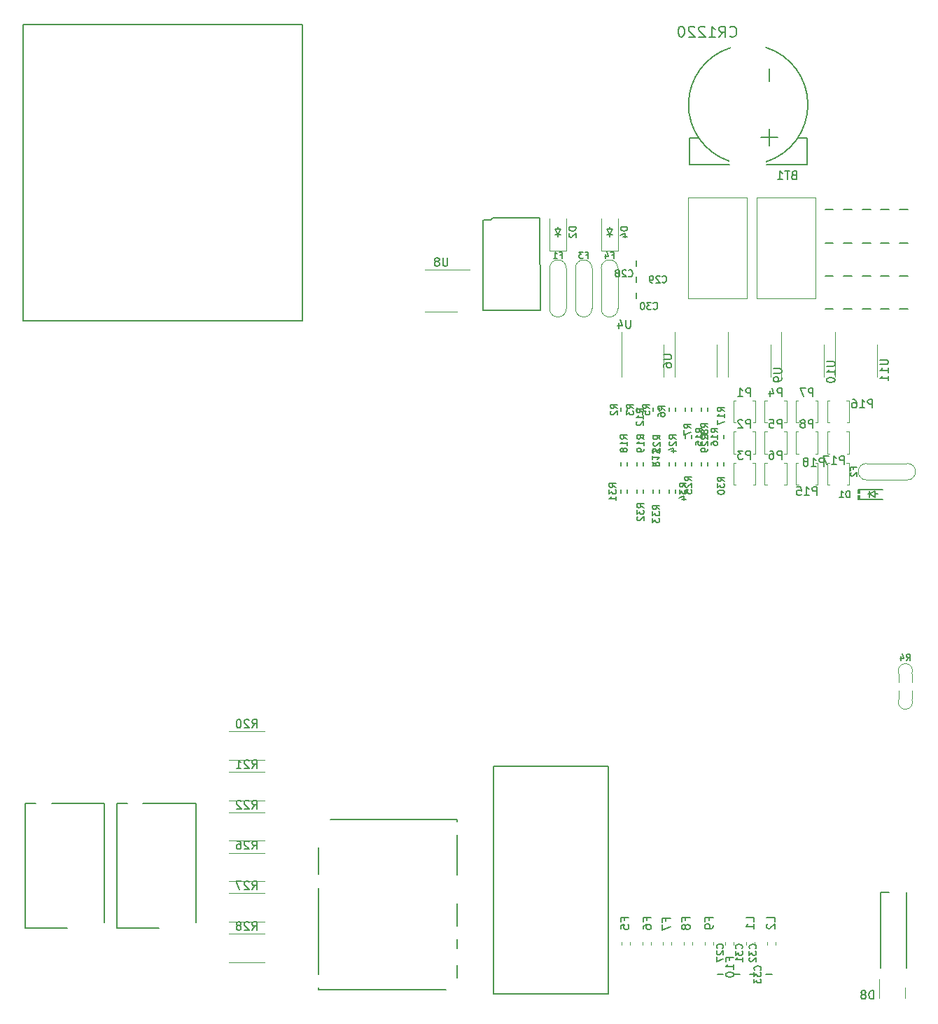
<source format=gbo>
G04 #@! TF.GenerationSoftware,KiCad,Pcbnew,8.0.8*
G04 #@! TF.CreationDate,2025-12-05T18:20:35-05:00*
G04 #@! TF.ProjectId,hellen121vag,68656c6c-656e-4313-9231-7661672e6b69,d*
G04 #@! TF.SameCoordinates,PX2b953a0PY6943058*
G04 #@! TF.FileFunction,Legend,Bot*
G04 #@! TF.FilePolarity,Positive*
%FSLAX46Y46*%
G04 Gerber Fmt 4.6, Leading zero omitted, Abs format (unit mm)*
G04 Created by KiCad (PCBNEW 8.0.8) date 2025-12-05 18:20:35*
%MOMM*%
%LPD*%
G01*
G04 APERTURE LIST*
%ADD10C,0.170000*%
%ADD11C,0.150000*%
%ADD12C,0.200000*%
%ADD13C,0.127000*%
%ADD14C,0.120000*%
%ADD15C,0.150012*%
%ADD16C,0.203200*%
%ADD17C,0.099060*%
G04 APERTURE END LIST*
D10*
X285370508Y2580238D02*
X284550508Y2580238D01*
X284550508Y2580238D02*
X284550508Y2385000D01*
X284550508Y2385000D02*
X284589556Y2267857D01*
X284589556Y2267857D02*
X284667651Y2189762D01*
X284667651Y2189762D02*
X284745746Y2150715D01*
X284745746Y2150715D02*
X284901937Y2111667D01*
X284901937Y2111667D02*
X285019080Y2111667D01*
X285019080Y2111667D02*
X285175270Y2150715D01*
X285175270Y2150715D02*
X285253365Y2189762D01*
X285253365Y2189762D02*
X285331461Y2267857D01*
X285331461Y2267857D02*
X285370508Y2385000D01*
X285370508Y2385000D02*
X285370508Y2580238D01*
X284823841Y1408810D02*
X285370508Y1408810D01*
X284511461Y1604048D02*
X285097175Y1799286D01*
X285097175Y1799286D02*
X285097175Y1291667D01*
X288509347Y-7297668D02*
X288548395Y-7336716D01*
X288548395Y-7336716D02*
X288665538Y-7375763D01*
X288665538Y-7375763D02*
X288743633Y-7375763D01*
X288743633Y-7375763D02*
X288860776Y-7336716D01*
X288860776Y-7336716D02*
X288938872Y-7258620D01*
X288938872Y-7258620D02*
X288977919Y-7180525D01*
X288977919Y-7180525D02*
X289016967Y-7024334D01*
X289016967Y-7024334D02*
X289016967Y-6907191D01*
X289016967Y-6907191D02*
X288977919Y-6751001D01*
X288977919Y-6751001D02*
X288938872Y-6672905D01*
X288938872Y-6672905D02*
X288860776Y-6594810D01*
X288860776Y-6594810D02*
X288743633Y-6555762D01*
X288743633Y-6555762D02*
X288665538Y-6555762D01*
X288665538Y-6555762D02*
X288548395Y-6594810D01*
X288548395Y-6594810D02*
X288509347Y-6633858D01*
X288236014Y-6555762D02*
X287728394Y-6555762D01*
X287728394Y-6555762D02*
X288001728Y-6868144D01*
X288001728Y-6868144D02*
X287884585Y-6868144D01*
X287884585Y-6868144D02*
X287806489Y-6907191D01*
X287806489Y-6907191D02*
X287767442Y-6946239D01*
X287767442Y-6946239D02*
X287728394Y-7024334D01*
X287728394Y-7024334D02*
X287728394Y-7219573D01*
X287728394Y-7219573D02*
X287767442Y-7297668D01*
X287767442Y-7297668D02*
X287806489Y-7336716D01*
X287806489Y-7336716D02*
X287884585Y-7375763D01*
X287884585Y-7375763D02*
X288118871Y-7375763D01*
X288118871Y-7375763D02*
X288196966Y-7336716D01*
X288196966Y-7336716D02*
X288236014Y-7297668D01*
X287220775Y-6555762D02*
X287142679Y-6555762D01*
X287142679Y-6555762D02*
X287064584Y-6594810D01*
X287064584Y-6594810D02*
X287025536Y-6633858D01*
X287025536Y-6633858D02*
X286986489Y-6711953D01*
X286986489Y-6711953D02*
X286947441Y-6868144D01*
X286947441Y-6868144D02*
X286947441Y-7063382D01*
X286947441Y-7063382D02*
X286986489Y-7219573D01*
X286986489Y-7219573D02*
X287025536Y-7297668D01*
X287025536Y-7297668D02*
X287064584Y-7336716D01*
X287064584Y-7336716D02*
X287142679Y-7375763D01*
X287142679Y-7375763D02*
X287220775Y-7375763D01*
X287220775Y-7375763D02*
X287298870Y-7336716D01*
X287298870Y-7336716D02*
X287337918Y-7297668D01*
X287337918Y-7297668D02*
X287376965Y-7219573D01*
X287376965Y-7219573D02*
X287416013Y-7063382D01*
X287416013Y-7063382D02*
X287416013Y-6868144D01*
X287416013Y-6868144D02*
X287376965Y-6711953D01*
X287376965Y-6711953D02*
X287337918Y-6633858D01*
X287337918Y-6633858D02*
X287298870Y-6594810D01*
X287298870Y-6594810D02*
X287220775Y-6555762D01*
D11*
X314984285Y-19269819D02*
X314984285Y-18269819D01*
X314984285Y-18269819D02*
X314603333Y-18269819D01*
X314603333Y-18269819D02*
X314508095Y-18317438D01*
X314508095Y-18317438D02*
X314460476Y-18365057D01*
X314460476Y-18365057D02*
X314412857Y-18460295D01*
X314412857Y-18460295D02*
X314412857Y-18603152D01*
X314412857Y-18603152D02*
X314460476Y-18698390D01*
X314460476Y-18698390D02*
X314508095Y-18746009D01*
X314508095Y-18746009D02*
X314603333Y-18793628D01*
X314603333Y-18793628D02*
X314984285Y-18793628D01*
X313460476Y-19269819D02*
X314031904Y-19269819D01*
X313746190Y-19269819D02*
X313746190Y-18269819D01*
X313746190Y-18269819D02*
X313841428Y-18412676D01*
X313841428Y-18412676D02*
X313936666Y-18507914D01*
X313936666Y-18507914D02*
X314031904Y-18555533D01*
X312603333Y-18269819D02*
X312793809Y-18269819D01*
X312793809Y-18269819D02*
X312889047Y-18317438D01*
X312889047Y-18317438D02*
X312936666Y-18365057D01*
X312936666Y-18365057D02*
X313031904Y-18507914D01*
X313031904Y-18507914D02*
X313079523Y-18698390D01*
X313079523Y-18698390D02*
X313079523Y-19079342D01*
X313079523Y-19079342D02*
X313031904Y-19174580D01*
X313031904Y-19174580D02*
X312984285Y-19222200D01*
X312984285Y-19222200D02*
X312889047Y-19269819D01*
X312889047Y-19269819D02*
X312698571Y-19269819D01*
X312698571Y-19269819D02*
X312603333Y-19222200D01*
X312603333Y-19222200D02*
X312555714Y-19174580D01*
X312555714Y-19174580D02*
X312508095Y-19079342D01*
X312508095Y-19079342D02*
X312508095Y-18841247D01*
X312508095Y-18841247D02*
X312555714Y-18746009D01*
X312555714Y-18746009D02*
X312603333Y-18698390D01*
X312603333Y-18698390D02*
X312698571Y-18650771D01*
X312698571Y-18650771D02*
X312889047Y-18650771D01*
X312889047Y-18650771D02*
X312984285Y-18698390D01*
X312984285Y-18698390D02*
X313031904Y-18746009D01*
X313031904Y-18746009D02*
X313079523Y-18841247D01*
D10*
X296892608Y-84595653D02*
X296931656Y-84556605D01*
X296931656Y-84556605D02*
X296970703Y-84439462D01*
X296970703Y-84439462D02*
X296970703Y-84361367D01*
X296970703Y-84361367D02*
X296931656Y-84244224D01*
X296931656Y-84244224D02*
X296853560Y-84166129D01*
X296853560Y-84166129D02*
X296775465Y-84127081D01*
X296775465Y-84127081D02*
X296619274Y-84088033D01*
X296619274Y-84088033D02*
X296502131Y-84088033D01*
X296502131Y-84088033D02*
X296345941Y-84127081D01*
X296345941Y-84127081D02*
X296267845Y-84166129D01*
X296267845Y-84166129D02*
X296189750Y-84244224D01*
X296189750Y-84244224D02*
X296150702Y-84361367D01*
X296150702Y-84361367D02*
X296150702Y-84439462D01*
X296150702Y-84439462D02*
X296189750Y-84556605D01*
X296189750Y-84556605D02*
X296228798Y-84595653D01*
X296228798Y-84908034D02*
X296189750Y-84947082D01*
X296189750Y-84947082D02*
X296150702Y-85025177D01*
X296150702Y-85025177D02*
X296150702Y-85220416D01*
X296150702Y-85220416D02*
X296189750Y-85298511D01*
X296189750Y-85298511D02*
X296228798Y-85337559D01*
X296228798Y-85337559D02*
X296306893Y-85376606D01*
X296306893Y-85376606D02*
X296384988Y-85376606D01*
X296384988Y-85376606D02*
X296502131Y-85337559D01*
X296502131Y-85337559D02*
X296970703Y-84868987D01*
X296970703Y-84868987D02*
X296970703Y-85376606D01*
X296150702Y-85649940D02*
X296150702Y-86196607D01*
X296150702Y-86196607D02*
X296970703Y-85845178D01*
D11*
X239967857Y-57954819D02*
X240301190Y-57478628D01*
X240539285Y-57954819D02*
X240539285Y-56954819D01*
X240539285Y-56954819D02*
X240158333Y-56954819D01*
X240158333Y-56954819D02*
X240063095Y-57002438D01*
X240063095Y-57002438D02*
X240015476Y-57050057D01*
X240015476Y-57050057D02*
X239967857Y-57145295D01*
X239967857Y-57145295D02*
X239967857Y-57288152D01*
X239967857Y-57288152D02*
X240015476Y-57383390D01*
X240015476Y-57383390D02*
X240063095Y-57431009D01*
X240063095Y-57431009D02*
X240158333Y-57478628D01*
X240158333Y-57478628D02*
X240539285Y-57478628D01*
X239586904Y-57050057D02*
X239539285Y-57002438D01*
X239539285Y-57002438D02*
X239444047Y-56954819D01*
X239444047Y-56954819D02*
X239205952Y-56954819D01*
X239205952Y-56954819D02*
X239110714Y-57002438D01*
X239110714Y-57002438D02*
X239063095Y-57050057D01*
X239063095Y-57050057D02*
X239015476Y-57145295D01*
X239015476Y-57145295D02*
X239015476Y-57240533D01*
X239015476Y-57240533D02*
X239063095Y-57383390D01*
X239063095Y-57383390D02*
X239634523Y-57954819D01*
X239634523Y-57954819D02*
X239015476Y-57954819D01*
X238396428Y-56954819D02*
X238301190Y-56954819D01*
X238301190Y-56954819D02*
X238205952Y-57002438D01*
X238205952Y-57002438D02*
X238158333Y-57050057D01*
X238158333Y-57050057D02*
X238110714Y-57145295D01*
X238110714Y-57145295D02*
X238063095Y-57335771D01*
X238063095Y-57335771D02*
X238063095Y-57573866D01*
X238063095Y-57573866D02*
X238110714Y-57764342D01*
X238110714Y-57764342D02*
X238158333Y-57859580D01*
X238158333Y-57859580D02*
X238205952Y-57907200D01*
X238205952Y-57907200D02*
X238301190Y-57954819D01*
X238301190Y-57954819D02*
X238396428Y-57954819D01*
X238396428Y-57954819D02*
X238491666Y-57907200D01*
X238491666Y-57907200D02*
X238539285Y-57859580D01*
X238539285Y-57859580D02*
X238586904Y-57764342D01*
X238586904Y-57764342D02*
X238634523Y-57573866D01*
X238634523Y-57573866D02*
X238634523Y-57335771D01*
X238634523Y-57335771D02*
X238586904Y-57145295D01*
X238586904Y-57145295D02*
X238539285Y-57050057D01*
X238539285Y-57050057D02*
X238491666Y-57002438D01*
X238491666Y-57002438D02*
X238396428Y-56954819D01*
X315143094Y-90736842D02*
X315143094Y-89736842D01*
X315143094Y-89736842D02*
X314904999Y-89736842D01*
X314904999Y-89736842D02*
X314762142Y-89784461D01*
X314762142Y-89784461D02*
X314666904Y-89879699D01*
X314666904Y-89879699D02*
X314619285Y-89974937D01*
X314619285Y-89974937D02*
X314571666Y-90165413D01*
X314571666Y-90165413D02*
X314571666Y-90308270D01*
X314571666Y-90308270D02*
X314619285Y-90498746D01*
X314619285Y-90498746D02*
X314666904Y-90593984D01*
X314666904Y-90593984D02*
X314762142Y-90689223D01*
X314762142Y-90689223D02*
X314904999Y-90736842D01*
X314904999Y-90736842D02*
X315143094Y-90736842D01*
X314000237Y-90165413D02*
X314095475Y-90117794D01*
X314095475Y-90117794D02*
X314143094Y-90070175D01*
X314143094Y-90070175D02*
X314190713Y-89974937D01*
X314190713Y-89974937D02*
X314190713Y-89927318D01*
X314190713Y-89927318D02*
X314143094Y-89832080D01*
X314143094Y-89832080D02*
X314095475Y-89784461D01*
X314095475Y-89784461D02*
X314000237Y-89736842D01*
X314000237Y-89736842D02*
X313809761Y-89736842D01*
X313809761Y-89736842D02*
X313714523Y-89784461D01*
X313714523Y-89784461D02*
X313666904Y-89832080D01*
X313666904Y-89832080D02*
X313619285Y-89927318D01*
X313619285Y-89927318D02*
X313619285Y-89974937D01*
X313619285Y-89974937D02*
X313666904Y-90070175D01*
X313666904Y-90070175D02*
X313714523Y-90117794D01*
X313714523Y-90117794D02*
X313809761Y-90165413D01*
X313809761Y-90165413D02*
X314000237Y-90165413D01*
X314000237Y-90165413D02*
X314095475Y-90213032D01*
X314095475Y-90213032D02*
X314143094Y-90260651D01*
X314143094Y-90260651D02*
X314190713Y-90355889D01*
X314190713Y-90355889D02*
X314190713Y-90546365D01*
X314190713Y-90546365D02*
X314143094Y-90641603D01*
X314143094Y-90641603D02*
X314095475Y-90689223D01*
X314095475Y-90689223D02*
X314000237Y-90736842D01*
X314000237Y-90736842D02*
X313809761Y-90736842D01*
X313809761Y-90736842D02*
X313714523Y-90689223D01*
X313714523Y-90689223D02*
X313666904Y-90641603D01*
X313666904Y-90641603D02*
X313619285Y-90546365D01*
X313619285Y-90546365D02*
X313619285Y-90355889D01*
X313619285Y-90355889D02*
X313666904Y-90260651D01*
X313666904Y-90260651D02*
X313714523Y-90213032D01*
X313714523Y-90213032D02*
X313809761Y-90165413D01*
X309459819Y-13661905D02*
X310269342Y-13661905D01*
X310269342Y-13661905D02*
X310364580Y-13709524D01*
X310364580Y-13709524D02*
X310412200Y-13757143D01*
X310412200Y-13757143D02*
X310459819Y-13852381D01*
X310459819Y-13852381D02*
X310459819Y-14042857D01*
X310459819Y-14042857D02*
X310412200Y-14138095D01*
X310412200Y-14138095D02*
X310364580Y-14185714D01*
X310364580Y-14185714D02*
X310269342Y-14233333D01*
X310269342Y-14233333D02*
X309459819Y-14233333D01*
X310459819Y-15233333D02*
X310459819Y-14661905D01*
X310459819Y-14947619D02*
X309459819Y-14947619D01*
X309459819Y-14947619D02*
X309602676Y-14852381D01*
X309602676Y-14852381D02*
X309697914Y-14757143D01*
X309697914Y-14757143D02*
X309745533Y-14661905D01*
X309459819Y-15852381D02*
X309459819Y-15947619D01*
X309459819Y-15947619D02*
X309507438Y-16042857D01*
X309507438Y-16042857D02*
X309555057Y-16090476D01*
X309555057Y-16090476D02*
X309650295Y-16138095D01*
X309650295Y-16138095D02*
X309840771Y-16185714D01*
X309840771Y-16185714D02*
X310078866Y-16185714D01*
X310078866Y-16185714D02*
X310269342Y-16138095D01*
X310269342Y-16138095D02*
X310364580Y-16090476D01*
X310364580Y-16090476D02*
X310412200Y-16042857D01*
X310412200Y-16042857D02*
X310459819Y-15947619D01*
X310459819Y-15947619D02*
X310459819Y-15852381D01*
X310459819Y-15852381D02*
X310412200Y-15757143D01*
X310412200Y-15757143D02*
X310364580Y-15709524D01*
X310364580Y-15709524D02*
X310269342Y-15661905D01*
X310269342Y-15661905D02*
X310078866Y-15614286D01*
X310078866Y-15614286D02*
X309840771Y-15614286D01*
X309840771Y-15614286D02*
X309650295Y-15661905D01*
X309650295Y-15661905D02*
X309555057Y-15709524D01*
X309555057Y-15709524D02*
X309507438Y-15757143D01*
X309507438Y-15757143D02*
X309459819Y-15852381D01*
X305499977Y8863986D02*
X305357120Y8816367D01*
X305357120Y8816367D02*
X305309501Y8768748D01*
X305309501Y8768748D02*
X305261882Y8673510D01*
X305261882Y8673510D02*
X305261882Y8530653D01*
X305261882Y8530653D02*
X305309501Y8435415D01*
X305309501Y8435415D02*
X305357120Y8387795D01*
X305357120Y8387795D02*
X305452358Y8340176D01*
X305452358Y8340176D02*
X305833310Y8340176D01*
X305833310Y8340176D02*
X305833310Y9340176D01*
X305833310Y9340176D02*
X305499977Y9340176D01*
X305499977Y9340176D02*
X305404739Y9292557D01*
X305404739Y9292557D02*
X305357120Y9244938D01*
X305357120Y9244938D02*
X305309501Y9149700D01*
X305309501Y9149700D02*
X305309501Y9054462D01*
X305309501Y9054462D02*
X305357120Y8959224D01*
X305357120Y8959224D02*
X305404739Y8911605D01*
X305404739Y8911605D02*
X305499977Y8863986D01*
X305499977Y8863986D02*
X305833310Y8863986D01*
X304976167Y9340176D02*
X304404739Y9340176D01*
X304690453Y8340176D02*
X304690453Y9340176D01*
X303547596Y8340176D02*
X304119024Y8340176D01*
X303833310Y8340176D02*
X303833310Y9340176D01*
X303833310Y9340176D02*
X303928548Y9197319D01*
X303928548Y9197319D02*
X304023786Y9102081D01*
X304023786Y9102081D02*
X304119024Y9054462D01*
D12*
X297763304Y25668242D02*
X297825208Y25606337D01*
X297825208Y25606337D02*
X298010923Y25544433D01*
X298010923Y25544433D02*
X298134732Y25544433D01*
X298134732Y25544433D02*
X298320446Y25606337D01*
X298320446Y25606337D02*
X298444256Y25730147D01*
X298444256Y25730147D02*
X298506161Y25853957D01*
X298506161Y25853957D02*
X298568065Y26101576D01*
X298568065Y26101576D02*
X298568065Y26287290D01*
X298568065Y26287290D02*
X298506161Y26534909D01*
X298506161Y26534909D02*
X298444256Y26658718D01*
X298444256Y26658718D02*
X298320446Y26782528D01*
X298320446Y26782528D02*
X298134732Y26844433D01*
X298134732Y26844433D02*
X298010923Y26844433D01*
X298010923Y26844433D02*
X297825208Y26782528D01*
X297825208Y26782528D02*
X297763304Y26720623D01*
X296463304Y25544433D02*
X296896637Y26163480D01*
X297206161Y25544433D02*
X297206161Y26844433D01*
X297206161Y26844433D02*
X296710923Y26844433D01*
X296710923Y26844433D02*
X296587113Y26782528D01*
X296587113Y26782528D02*
X296525208Y26720623D01*
X296525208Y26720623D02*
X296463304Y26596814D01*
X296463304Y26596814D02*
X296463304Y26411099D01*
X296463304Y26411099D02*
X296525208Y26287290D01*
X296525208Y26287290D02*
X296587113Y26225385D01*
X296587113Y26225385D02*
X296710923Y26163480D01*
X296710923Y26163480D02*
X297206161Y26163480D01*
X295225208Y25544433D02*
X295968065Y25544433D01*
X295596637Y25544433D02*
X295596637Y26844433D01*
X295596637Y26844433D02*
X295720446Y26658718D01*
X295720446Y26658718D02*
X295844256Y26534909D01*
X295844256Y26534909D02*
X295968065Y26473004D01*
X294729970Y26720623D02*
X294668066Y26782528D01*
X294668066Y26782528D02*
X294544256Y26844433D01*
X294544256Y26844433D02*
X294234732Y26844433D01*
X294234732Y26844433D02*
X294110923Y26782528D01*
X294110923Y26782528D02*
X294049018Y26720623D01*
X294049018Y26720623D02*
X293987113Y26596814D01*
X293987113Y26596814D02*
X293987113Y26473004D01*
X293987113Y26473004D02*
X294049018Y26287290D01*
X294049018Y26287290D02*
X294791875Y25544433D01*
X294791875Y25544433D02*
X293987113Y25544433D01*
X293491875Y26720623D02*
X293429971Y26782528D01*
X293429971Y26782528D02*
X293306161Y26844433D01*
X293306161Y26844433D02*
X292996637Y26844433D01*
X292996637Y26844433D02*
X292872828Y26782528D01*
X292872828Y26782528D02*
X292810923Y26720623D01*
X292810923Y26720623D02*
X292749018Y26596814D01*
X292749018Y26596814D02*
X292749018Y26473004D01*
X292749018Y26473004D02*
X292810923Y26287290D01*
X292810923Y26287290D02*
X293553780Y25544433D01*
X293553780Y25544433D02*
X292749018Y25544433D01*
X291944257Y26844433D02*
X291820447Y26844433D01*
X291820447Y26844433D02*
X291696638Y26782528D01*
X291696638Y26782528D02*
X291634733Y26720623D01*
X291634733Y26720623D02*
X291572828Y26596814D01*
X291572828Y26596814D02*
X291510923Y26349195D01*
X291510923Y26349195D02*
X291510923Y26039671D01*
X291510923Y26039671D02*
X291572828Y25792052D01*
X291572828Y25792052D02*
X291634733Y25668242D01*
X291634733Y25668242D02*
X291696638Y25606337D01*
X291696638Y25606337D02*
X291820447Y25544433D01*
X291820447Y25544433D02*
X291944257Y25544433D01*
X291944257Y25544433D02*
X292068066Y25606337D01*
X292068066Y25606337D02*
X292129971Y25668242D01*
X292129971Y25668242D02*
X292191876Y25792052D01*
X292191876Y25792052D02*
X292253780Y26039671D01*
X292253780Y26039671D02*
X292253780Y26349195D01*
X292253780Y26349195D02*
X292191876Y26596814D01*
X292191876Y26596814D02*
X292129971Y26720623D01*
X292129971Y26720623D02*
X292068066Y26782528D01*
X292068066Y26782528D02*
X291944257Y26844433D01*
D10*
X292490397Y-28850651D02*
X292099921Y-28577318D01*
X292490397Y-28382080D02*
X291670397Y-28382080D01*
X291670397Y-28382080D02*
X291670397Y-28694461D01*
X291670397Y-28694461D02*
X291709445Y-28772556D01*
X291709445Y-28772556D02*
X291748492Y-28811603D01*
X291748492Y-28811603D02*
X291826588Y-28850651D01*
X291826588Y-28850651D02*
X291943730Y-28850651D01*
X291943730Y-28850651D02*
X292021826Y-28811603D01*
X292021826Y-28811603D02*
X292060873Y-28772556D01*
X292060873Y-28772556D02*
X292099921Y-28694461D01*
X292099921Y-28694461D02*
X292099921Y-28382080D01*
X291670397Y-29123984D02*
X291670397Y-29631603D01*
X291670397Y-29631603D02*
X291982778Y-29358270D01*
X291982778Y-29358270D02*
X291982778Y-29475413D01*
X291982778Y-29475413D02*
X292021826Y-29553508D01*
X292021826Y-29553508D02*
X292060873Y-29592556D01*
X292060873Y-29592556D02*
X292138969Y-29631603D01*
X292138969Y-29631603D02*
X292334207Y-29631603D01*
X292334207Y-29631603D02*
X292412302Y-29592556D01*
X292412302Y-29592556D02*
X292451350Y-29553508D01*
X292451350Y-29553508D02*
X292490397Y-29475413D01*
X292490397Y-29475413D02*
X292490397Y-29241127D01*
X292490397Y-29241127D02*
X292451350Y-29163032D01*
X292451350Y-29163032D02*
X292412302Y-29123984D01*
X291943730Y-30334460D02*
X292490397Y-30334460D01*
X291631350Y-30139222D02*
X292217064Y-29943984D01*
X292217064Y-29943984D02*
X292217064Y-30451603D01*
X283993259Y-28900651D02*
X283602783Y-28627318D01*
X283993259Y-28432080D02*
X283173259Y-28432080D01*
X283173259Y-28432080D02*
X283173259Y-28744461D01*
X283173259Y-28744461D02*
X283212307Y-28822556D01*
X283212307Y-28822556D02*
X283251354Y-28861603D01*
X283251354Y-28861603D02*
X283329450Y-28900651D01*
X283329450Y-28900651D02*
X283446592Y-28900651D01*
X283446592Y-28900651D02*
X283524688Y-28861603D01*
X283524688Y-28861603D02*
X283563735Y-28822556D01*
X283563735Y-28822556D02*
X283602783Y-28744461D01*
X283602783Y-28744461D02*
X283602783Y-28432080D01*
X283173259Y-29173984D02*
X283173259Y-29681603D01*
X283173259Y-29681603D02*
X283485640Y-29408270D01*
X283485640Y-29408270D02*
X283485640Y-29525413D01*
X283485640Y-29525413D02*
X283524688Y-29603508D01*
X283524688Y-29603508D02*
X283563735Y-29642556D01*
X283563735Y-29642556D02*
X283641831Y-29681603D01*
X283641831Y-29681603D02*
X283837069Y-29681603D01*
X283837069Y-29681603D02*
X283915164Y-29642556D01*
X283915164Y-29642556D02*
X283954212Y-29603508D01*
X283954212Y-29603508D02*
X283993259Y-29525413D01*
X283993259Y-29525413D02*
X283993259Y-29291127D01*
X283993259Y-29291127D02*
X283954212Y-29213032D01*
X283954212Y-29213032D02*
X283915164Y-29173984D01*
X283993259Y-30462555D02*
X283993259Y-29993984D01*
X283993259Y-30228270D02*
X283173259Y-30228270D01*
X283173259Y-30228270D02*
X283290402Y-30150174D01*
X283290402Y-30150174D02*
X283368497Y-30072079D01*
X283368497Y-30072079D02*
X283407545Y-29993984D01*
X301442563Y-87245653D02*
X301481611Y-87206605D01*
X301481611Y-87206605D02*
X301520658Y-87089462D01*
X301520658Y-87089462D02*
X301520658Y-87011367D01*
X301520658Y-87011367D02*
X301481611Y-86894224D01*
X301481611Y-86894224D02*
X301403515Y-86816129D01*
X301403515Y-86816129D02*
X301325420Y-86777081D01*
X301325420Y-86777081D02*
X301169229Y-86738033D01*
X301169229Y-86738033D02*
X301052086Y-86738033D01*
X301052086Y-86738033D02*
X300895896Y-86777081D01*
X300895896Y-86777081D02*
X300817800Y-86816129D01*
X300817800Y-86816129D02*
X300739705Y-86894224D01*
X300739705Y-86894224D02*
X300700657Y-87011367D01*
X300700657Y-87011367D02*
X300700657Y-87089462D01*
X300700657Y-87089462D02*
X300739705Y-87206605D01*
X300739705Y-87206605D02*
X300778753Y-87245653D01*
X300700657Y-87518987D02*
X300700657Y-88026606D01*
X300700657Y-88026606D02*
X301013039Y-87753273D01*
X301013039Y-87753273D02*
X301013039Y-87870416D01*
X301013039Y-87870416D02*
X301052086Y-87948511D01*
X301052086Y-87948511D02*
X301091134Y-87987559D01*
X301091134Y-87987559D02*
X301169229Y-88026606D01*
X301169229Y-88026606D02*
X301364468Y-88026606D01*
X301364468Y-88026606D02*
X301442563Y-87987559D01*
X301442563Y-87987559D02*
X301481611Y-87948511D01*
X301481611Y-87948511D02*
X301520658Y-87870416D01*
X301520658Y-87870416D02*
X301520658Y-87636130D01*
X301520658Y-87636130D02*
X301481611Y-87558034D01*
X301481611Y-87558034D02*
X301442563Y-87518987D01*
X300700657Y-88299940D02*
X300700657Y-88807559D01*
X300700657Y-88807559D02*
X301013039Y-88534226D01*
X301013039Y-88534226D02*
X301013039Y-88651369D01*
X301013039Y-88651369D02*
X301052086Y-88729464D01*
X301052086Y-88729464D02*
X301091134Y-88768512D01*
X301091134Y-88768512D02*
X301169229Y-88807559D01*
X301169229Y-88807559D02*
X301364468Y-88807559D01*
X301364468Y-88807559D02*
X301442563Y-88768512D01*
X301442563Y-88768512D02*
X301481611Y-88729464D01*
X301481611Y-88729464D02*
X301520658Y-88651369D01*
X301520658Y-88651369D02*
X301520658Y-88417083D01*
X301520658Y-88417083D02*
X301481611Y-88338987D01*
X301481611Y-88338987D02*
X301442563Y-88299940D01*
D11*
X239967857Y-62844819D02*
X240301190Y-62368628D01*
X240539285Y-62844819D02*
X240539285Y-61844819D01*
X240539285Y-61844819D02*
X240158333Y-61844819D01*
X240158333Y-61844819D02*
X240063095Y-61892438D01*
X240063095Y-61892438D02*
X240015476Y-61940057D01*
X240015476Y-61940057D02*
X239967857Y-62035295D01*
X239967857Y-62035295D02*
X239967857Y-62178152D01*
X239967857Y-62178152D02*
X240015476Y-62273390D01*
X240015476Y-62273390D02*
X240063095Y-62321009D01*
X240063095Y-62321009D02*
X240158333Y-62368628D01*
X240158333Y-62368628D02*
X240539285Y-62368628D01*
X239586904Y-61940057D02*
X239539285Y-61892438D01*
X239539285Y-61892438D02*
X239444047Y-61844819D01*
X239444047Y-61844819D02*
X239205952Y-61844819D01*
X239205952Y-61844819D02*
X239110714Y-61892438D01*
X239110714Y-61892438D02*
X239063095Y-61940057D01*
X239063095Y-61940057D02*
X239015476Y-62035295D01*
X239015476Y-62035295D02*
X239015476Y-62130533D01*
X239015476Y-62130533D02*
X239063095Y-62273390D01*
X239063095Y-62273390D02*
X239634523Y-62844819D01*
X239634523Y-62844819D02*
X239015476Y-62844819D01*
X238063095Y-62844819D02*
X238634523Y-62844819D01*
X238348809Y-62844819D02*
X238348809Y-61844819D01*
X238348809Y-61844819D02*
X238444047Y-61987676D01*
X238444047Y-61987676D02*
X238539285Y-62082914D01*
X238539285Y-62082914D02*
X238634523Y-62130533D01*
X239967857Y-72624819D02*
X240301190Y-72148628D01*
X240539285Y-72624819D02*
X240539285Y-71624819D01*
X240539285Y-71624819D02*
X240158333Y-71624819D01*
X240158333Y-71624819D02*
X240063095Y-71672438D01*
X240063095Y-71672438D02*
X240015476Y-71720057D01*
X240015476Y-71720057D02*
X239967857Y-71815295D01*
X239967857Y-71815295D02*
X239967857Y-71958152D01*
X239967857Y-71958152D02*
X240015476Y-72053390D01*
X240015476Y-72053390D02*
X240063095Y-72101009D01*
X240063095Y-72101009D02*
X240158333Y-72148628D01*
X240158333Y-72148628D02*
X240539285Y-72148628D01*
X239586904Y-71720057D02*
X239539285Y-71672438D01*
X239539285Y-71672438D02*
X239444047Y-71624819D01*
X239444047Y-71624819D02*
X239205952Y-71624819D01*
X239205952Y-71624819D02*
X239110714Y-71672438D01*
X239110714Y-71672438D02*
X239063095Y-71720057D01*
X239063095Y-71720057D02*
X239015476Y-71815295D01*
X239015476Y-71815295D02*
X239015476Y-71910533D01*
X239015476Y-71910533D02*
X239063095Y-72053390D01*
X239063095Y-72053390D02*
X239634523Y-72624819D01*
X239634523Y-72624819D02*
X239015476Y-72624819D01*
X238158333Y-71624819D02*
X238348809Y-71624819D01*
X238348809Y-71624819D02*
X238444047Y-71672438D01*
X238444047Y-71672438D02*
X238491666Y-71720057D01*
X238491666Y-71720057D02*
X238586904Y-71862914D01*
X238586904Y-71862914D02*
X238634523Y-72053390D01*
X238634523Y-72053390D02*
X238634523Y-72434342D01*
X238634523Y-72434342D02*
X238586904Y-72529580D01*
X238586904Y-72529580D02*
X238539285Y-72577200D01*
X238539285Y-72577200D02*
X238444047Y-72624819D01*
X238444047Y-72624819D02*
X238253571Y-72624819D01*
X238253571Y-72624819D02*
X238158333Y-72577200D01*
X238158333Y-72577200D02*
X238110714Y-72529580D01*
X238110714Y-72529580D02*
X238063095Y-72434342D01*
X238063095Y-72434342D02*
X238063095Y-72196247D01*
X238063095Y-72196247D02*
X238110714Y-72101009D01*
X238110714Y-72101009D02*
X238158333Y-72053390D01*
X238158333Y-72053390D02*
X238253571Y-72005771D01*
X238253571Y-72005771D02*
X238444047Y-72005771D01*
X238444047Y-72005771D02*
X238539285Y-72053390D01*
X238539285Y-72053390D02*
X238586904Y-72101009D01*
X238586904Y-72101009D02*
X238634523Y-72196247D01*
D10*
X289599348Y-4079719D02*
X289638396Y-4118767D01*
X289638396Y-4118767D02*
X289755539Y-4157814D01*
X289755539Y-4157814D02*
X289833634Y-4157814D01*
X289833634Y-4157814D02*
X289950777Y-4118767D01*
X289950777Y-4118767D02*
X290028873Y-4040671D01*
X290028873Y-4040671D02*
X290067920Y-3962576D01*
X290067920Y-3962576D02*
X290106968Y-3806385D01*
X290106968Y-3806385D02*
X290106968Y-3689242D01*
X290106968Y-3689242D02*
X290067920Y-3533052D01*
X290067920Y-3533052D02*
X290028873Y-3454956D01*
X290028873Y-3454956D02*
X289950777Y-3376861D01*
X289950777Y-3376861D02*
X289833634Y-3337813D01*
X289833634Y-3337813D02*
X289755539Y-3337813D01*
X289755539Y-3337813D02*
X289638396Y-3376861D01*
X289638396Y-3376861D02*
X289599348Y-3415909D01*
X289286967Y-3415909D02*
X289247919Y-3376861D01*
X289247919Y-3376861D02*
X289169824Y-3337813D01*
X289169824Y-3337813D02*
X288974586Y-3337813D01*
X288974586Y-3337813D02*
X288896490Y-3376861D01*
X288896490Y-3376861D02*
X288857443Y-3415909D01*
X288857443Y-3415909D02*
X288818395Y-3494004D01*
X288818395Y-3494004D02*
X288818395Y-3572099D01*
X288818395Y-3572099D02*
X288857443Y-3689242D01*
X288857443Y-3689242D02*
X289326015Y-4157814D01*
X289326015Y-4157814D02*
X288818395Y-4157814D01*
X288427919Y-4157814D02*
X288271728Y-4157814D01*
X288271728Y-4157814D02*
X288193633Y-4118767D01*
X288193633Y-4118767D02*
X288154585Y-4079719D01*
X288154585Y-4079719D02*
X288076490Y-3962576D01*
X288076490Y-3962576D02*
X288037442Y-3806385D01*
X288037442Y-3806385D02*
X288037442Y-3494004D01*
X288037442Y-3494004D02*
X288076490Y-3415909D01*
X288076490Y-3415909D02*
X288115537Y-3376861D01*
X288115537Y-3376861D02*
X288193633Y-3337813D01*
X288193633Y-3337813D02*
X288349823Y-3337813D01*
X288349823Y-3337813D02*
X288427919Y-3376861D01*
X288427919Y-3376861D02*
X288466966Y-3415909D01*
X288466966Y-3415909D02*
X288506014Y-3494004D01*
X288506014Y-3494004D02*
X288506014Y-3689242D01*
X288506014Y-3689242D02*
X288466966Y-3767338D01*
X288466966Y-3767338D02*
X288427919Y-3806385D01*
X288427919Y-3806385D02*
X288349823Y-3845433D01*
X288349823Y-3845433D02*
X288193633Y-3845433D01*
X288193633Y-3845433D02*
X288115537Y-3806385D01*
X288115537Y-3806385D02*
X288076490Y-3767338D01*
X288076490Y-3767338D02*
X288037442Y-3689242D01*
D11*
X315909819Y-13461905D02*
X316719342Y-13461905D01*
X316719342Y-13461905D02*
X316814580Y-13509524D01*
X316814580Y-13509524D02*
X316862200Y-13557143D01*
X316862200Y-13557143D02*
X316909819Y-13652381D01*
X316909819Y-13652381D02*
X316909819Y-13842857D01*
X316909819Y-13842857D02*
X316862200Y-13938095D01*
X316862200Y-13938095D02*
X316814580Y-13985714D01*
X316814580Y-13985714D02*
X316719342Y-14033333D01*
X316719342Y-14033333D02*
X315909819Y-14033333D01*
X316909819Y-15033333D02*
X316909819Y-14461905D01*
X316909819Y-14747619D02*
X315909819Y-14747619D01*
X315909819Y-14747619D02*
X316052676Y-14652381D01*
X316052676Y-14652381D02*
X316147914Y-14557143D01*
X316147914Y-14557143D02*
X316195533Y-14461905D01*
X316909819Y-15985714D02*
X316909819Y-15414286D01*
X316909819Y-15700000D02*
X315909819Y-15700000D01*
X315909819Y-15700000D02*
X316052676Y-15604762D01*
X316052676Y-15604762D02*
X316147914Y-15509524D01*
X316147914Y-15509524D02*
X316195533Y-15414286D01*
D10*
X299192606Y-84645653D02*
X299231654Y-84606605D01*
X299231654Y-84606605D02*
X299270701Y-84489462D01*
X299270701Y-84489462D02*
X299270701Y-84411367D01*
X299270701Y-84411367D02*
X299231654Y-84294224D01*
X299231654Y-84294224D02*
X299153558Y-84216129D01*
X299153558Y-84216129D02*
X299075463Y-84177081D01*
X299075463Y-84177081D02*
X298919272Y-84138033D01*
X298919272Y-84138033D02*
X298802129Y-84138033D01*
X298802129Y-84138033D02*
X298645939Y-84177081D01*
X298645939Y-84177081D02*
X298567843Y-84216129D01*
X298567843Y-84216129D02*
X298489748Y-84294224D01*
X298489748Y-84294224D02*
X298450700Y-84411367D01*
X298450700Y-84411367D02*
X298450700Y-84489462D01*
X298450700Y-84489462D02*
X298489748Y-84606605D01*
X298489748Y-84606605D02*
X298528796Y-84645653D01*
X298450700Y-84918987D02*
X298450700Y-85426606D01*
X298450700Y-85426606D02*
X298763082Y-85153273D01*
X298763082Y-85153273D02*
X298763082Y-85270416D01*
X298763082Y-85270416D02*
X298802129Y-85348511D01*
X298802129Y-85348511D02*
X298841177Y-85387559D01*
X298841177Y-85387559D02*
X298919272Y-85426606D01*
X298919272Y-85426606D02*
X299114511Y-85426606D01*
X299114511Y-85426606D02*
X299192606Y-85387559D01*
X299192606Y-85387559D02*
X299231654Y-85348511D01*
X299231654Y-85348511D02*
X299270701Y-85270416D01*
X299270701Y-85270416D02*
X299270701Y-85036130D01*
X299270701Y-85036130D02*
X299231654Y-84958034D01*
X299231654Y-84958034D02*
X299192606Y-84918987D01*
X299270701Y-86207559D02*
X299270701Y-85738987D01*
X299270701Y-85973273D02*
X298450700Y-85973273D01*
X298450700Y-85973273D02*
X298567843Y-85895178D01*
X298567843Y-85895178D02*
X298645939Y-85817083D01*
X298645939Y-85817083D02*
X298684986Y-85738987D01*
D11*
X295206009Y-81216666D02*
X295206009Y-80883333D01*
X295729819Y-80883333D02*
X294729819Y-80883333D01*
X294729819Y-80883333D02*
X294729819Y-81359523D01*
X295729819Y-81788095D02*
X295729819Y-81978571D01*
X295729819Y-81978571D02*
X295682200Y-82073809D01*
X295682200Y-82073809D02*
X295634580Y-82121428D01*
X295634580Y-82121428D02*
X295491723Y-82216666D01*
X295491723Y-82216666D02*
X295301247Y-82264285D01*
X295301247Y-82264285D02*
X294920295Y-82264285D01*
X294920295Y-82264285D02*
X294825057Y-82216666D01*
X294825057Y-82216666D02*
X294777438Y-82169047D01*
X294777438Y-82169047D02*
X294729819Y-82073809D01*
X294729819Y-82073809D02*
X294729819Y-81883333D01*
X294729819Y-81883333D02*
X294777438Y-81788095D01*
X294777438Y-81788095D02*
X294825057Y-81740476D01*
X294825057Y-81740476D02*
X294920295Y-81692857D01*
X294920295Y-81692857D02*
X295158390Y-81692857D01*
X295158390Y-81692857D02*
X295253628Y-81740476D01*
X295253628Y-81740476D02*
X295301247Y-81788095D01*
X295301247Y-81788095D02*
X295348866Y-81883333D01*
X295348866Y-81883333D02*
X295348866Y-82073809D01*
X295348866Y-82073809D02*
X295301247Y-82169047D01*
X295301247Y-82169047D02*
X295253628Y-82216666D01*
X295253628Y-82216666D02*
X295158390Y-82264285D01*
X287726009Y-81266666D02*
X287726009Y-80933333D01*
X288249819Y-80933333D02*
X287249819Y-80933333D01*
X287249819Y-80933333D02*
X287249819Y-81409523D01*
X287249819Y-82219047D02*
X287249819Y-82028571D01*
X287249819Y-82028571D02*
X287297438Y-81933333D01*
X287297438Y-81933333D02*
X287345057Y-81885714D01*
X287345057Y-81885714D02*
X287487914Y-81790476D01*
X287487914Y-81790476D02*
X287678390Y-81742857D01*
X287678390Y-81742857D02*
X288059342Y-81742857D01*
X288059342Y-81742857D02*
X288154580Y-81790476D01*
X288154580Y-81790476D02*
X288202200Y-81838095D01*
X288202200Y-81838095D02*
X288249819Y-81933333D01*
X288249819Y-81933333D02*
X288249819Y-82123809D01*
X288249819Y-82123809D02*
X288202200Y-82219047D01*
X288202200Y-82219047D02*
X288154580Y-82266666D01*
X288154580Y-82266666D02*
X288059342Y-82314285D01*
X288059342Y-82314285D02*
X287821247Y-82314285D01*
X287821247Y-82314285D02*
X287726009Y-82266666D01*
X287726009Y-82266666D02*
X287678390Y-82219047D01*
X287678390Y-82219047D02*
X287630771Y-82123809D01*
X287630771Y-82123809D02*
X287630771Y-81933333D01*
X287630771Y-81933333D02*
X287678390Y-81838095D01*
X287678390Y-81838095D02*
X287726009Y-81790476D01*
X287726009Y-81790476D02*
X287821247Y-81742857D01*
X285766904Y-8654819D02*
X285766904Y-9464342D01*
X285766904Y-9464342D02*
X285719285Y-9559580D01*
X285719285Y-9559580D02*
X285671666Y-9607200D01*
X285671666Y-9607200D02*
X285576428Y-9654819D01*
X285576428Y-9654819D02*
X285385952Y-9654819D01*
X285385952Y-9654819D02*
X285290714Y-9607200D01*
X285290714Y-9607200D02*
X285243095Y-9559580D01*
X285243095Y-9559580D02*
X285195476Y-9464342D01*
X285195476Y-9464342D02*
X285195476Y-8654819D01*
X284290714Y-8988152D02*
X284290714Y-9654819D01*
X284528809Y-8607200D02*
X284766904Y-9321485D01*
X284766904Y-9321485D02*
X284147857Y-9321485D01*
X239967857Y-77514819D02*
X240301190Y-77038628D01*
X240539285Y-77514819D02*
X240539285Y-76514819D01*
X240539285Y-76514819D02*
X240158333Y-76514819D01*
X240158333Y-76514819D02*
X240063095Y-76562438D01*
X240063095Y-76562438D02*
X240015476Y-76610057D01*
X240015476Y-76610057D02*
X239967857Y-76705295D01*
X239967857Y-76705295D02*
X239967857Y-76848152D01*
X239967857Y-76848152D02*
X240015476Y-76943390D01*
X240015476Y-76943390D02*
X240063095Y-76991009D01*
X240063095Y-76991009D02*
X240158333Y-77038628D01*
X240158333Y-77038628D02*
X240539285Y-77038628D01*
X239586904Y-76610057D02*
X239539285Y-76562438D01*
X239539285Y-76562438D02*
X239444047Y-76514819D01*
X239444047Y-76514819D02*
X239205952Y-76514819D01*
X239205952Y-76514819D02*
X239110714Y-76562438D01*
X239110714Y-76562438D02*
X239063095Y-76610057D01*
X239063095Y-76610057D02*
X239015476Y-76705295D01*
X239015476Y-76705295D02*
X239015476Y-76800533D01*
X239015476Y-76800533D02*
X239063095Y-76943390D01*
X239063095Y-76943390D02*
X239634523Y-77514819D01*
X239634523Y-77514819D02*
X239015476Y-77514819D01*
X238682142Y-76514819D02*
X238015476Y-76514819D01*
X238015476Y-76514819D02*
X238444047Y-77514819D01*
X297716009Y-86090476D02*
X297716009Y-85757143D01*
X298239819Y-85757143D02*
X297239819Y-85757143D01*
X297239819Y-85757143D02*
X297239819Y-86233333D01*
X298239819Y-87138095D02*
X298239819Y-86566667D01*
X298239819Y-86852381D02*
X297239819Y-86852381D01*
X297239819Y-86852381D02*
X297382676Y-86757143D01*
X297382676Y-86757143D02*
X297477914Y-86661905D01*
X297477914Y-86661905D02*
X297525533Y-86566667D01*
X297239819Y-87757143D02*
X297239819Y-87852381D01*
X297239819Y-87852381D02*
X297287438Y-87947619D01*
X297287438Y-87947619D02*
X297335057Y-87995238D01*
X297335057Y-87995238D02*
X297430295Y-88042857D01*
X297430295Y-88042857D02*
X297620771Y-88090476D01*
X297620771Y-88090476D02*
X297858866Y-88090476D01*
X297858866Y-88090476D02*
X298049342Y-88042857D01*
X298049342Y-88042857D02*
X298144580Y-87995238D01*
X298144580Y-87995238D02*
X298192200Y-87947619D01*
X298192200Y-87947619D02*
X298239819Y-87852381D01*
X298239819Y-87852381D02*
X298239819Y-87757143D01*
X298239819Y-87757143D02*
X298192200Y-87661905D01*
X298192200Y-87661905D02*
X298144580Y-87614286D01*
X298144580Y-87614286D02*
X298049342Y-87566667D01*
X298049342Y-87566667D02*
X297858866Y-87519048D01*
X297858866Y-87519048D02*
X297620771Y-87519048D01*
X297620771Y-87519048D02*
X297430295Y-87566667D01*
X297430295Y-87566667D02*
X297335057Y-87614286D01*
X297335057Y-87614286D02*
X297287438Y-87661905D01*
X297287438Y-87661905D02*
X297239819Y-87757143D01*
D10*
X279130508Y2580238D02*
X278310508Y2580238D01*
X278310508Y2580238D02*
X278310508Y2385000D01*
X278310508Y2385000D02*
X278349556Y2267857D01*
X278349556Y2267857D02*
X278427651Y2189762D01*
X278427651Y2189762D02*
X278505746Y2150715D01*
X278505746Y2150715D02*
X278661937Y2111667D01*
X278661937Y2111667D02*
X278779080Y2111667D01*
X278779080Y2111667D02*
X278935270Y2150715D01*
X278935270Y2150715D02*
X279013365Y2189762D01*
X279013365Y2189762D02*
X279091461Y2267857D01*
X279091461Y2267857D02*
X279130508Y2385000D01*
X279130508Y2385000D02*
X279130508Y2580238D01*
X278388603Y1799286D02*
X278349556Y1760238D01*
X278349556Y1760238D02*
X278310508Y1682143D01*
X278310508Y1682143D02*
X278310508Y1486905D01*
X278310508Y1486905D02*
X278349556Y1408810D01*
X278349556Y1408810D02*
X278388603Y1369762D01*
X278388603Y1369762D02*
X278466699Y1330715D01*
X278466699Y1330715D02*
X278544794Y1330715D01*
X278544794Y1330715D02*
X278661937Y1369762D01*
X278661937Y1369762D02*
X279130508Y1838334D01*
X279130508Y1838334D02*
X279130508Y1330715D01*
X312240678Y-30098250D02*
X312240678Y-29298250D01*
X312240678Y-29298250D02*
X312050202Y-29298250D01*
X312050202Y-29298250D02*
X311935916Y-29336345D01*
X311935916Y-29336345D02*
X311859726Y-29412535D01*
X311859726Y-29412535D02*
X311821631Y-29488726D01*
X311821631Y-29488726D02*
X311783535Y-29641107D01*
X311783535Y-29641107D02*
X311783535Y-29755393D01*
X311783535Y-29755393D02*
X311821631Y-29907774D01*
X311821631Y-29907774D02*
X311859726Y-29983964D01*
X311859726Y-29983964D02*
X311935916Y-30060155D01*
X311935916Y-30060155D02*
X312050202Y-30098250D01*
X312050202Y-30098250D02*
X312240678Y-30098250D01*
X311021631Y-30098250D02*
X311478774Y-30098250D01*
X311250202Y-30098250D02*
X311250202Y-29298250D01*
X311250202Y-29298250D02*
X311326393Y-29412535D01*
X311326393Y-29412535D02*
X311402583Y-29488726D01*
X311402583Y-29488726D02*
X311478774Y-29526821D01*
X287329805Y-23050651D02*
X286939329Y-22777318D01*
X287329805Y-22582080D02*
X286509805Y-22582080D01*
X286509805Y-22582080D02*
X286509805Y-22894461D01*
X286509805Y-22894461D02*
X286548853Y-22972556D01*
X286548853Y-22972556D02*
X286587900Y-23011603D01*
X286587900Y-23011603D02*
X286665996Y-23050651D01*
X286665996Y-23050651D02*
X286783138Y-23050651D01*
X286783138Y-23050651D02*
X286861234Y-23011603D01*
X286861234Y-23011603D02*
X286900281Y-22972556D01*
X286900281Y-22972556D02*
X286939329Y-22894461D01*
X286939329Y-22894461D02*
X286939329Y-22582080D01*
X287329805Y-23831603D02*
X287329805Y-23363032D01*
X287329805Y-23597318D02*
X286509805Y-23597318D01*
X286509805Y-23597318D02*
X286626948Y-23519222D01*
X286626948Y-23519222D02*
X286705043Y-23441127D01*
X286705043Y-23441127D02*
X286744091Y-23363032D01*
X287329805Y-24222079D02*
X287329805Y-24378270D01*
X287329805Y-24378270D02*
X287290758Y-24456365D01*
X287290758Y-24456365D02*
X287251710Y-24495413D01*
X287251710Y-24495413D02*
X287134567Y-24573508D01*
X287134567Y-24573508D02*
X286978377Y-24612555D01*
X286978377Y-24612555D02*
X286665996Y-24612555D01*
X286665996Y-24612555D02*
X286587900Y-24573508D01*
X286587900Y-24573508D02*
X286548853Y-24534460D01*
X286548853Y-24534460D02*
X286509805Y-24456365D01*
X286509805Y-24456365D02*
X286509805Y-24300174D01*
X286509805Y-24300174D02*
X286548853Y-24222079D01*
X286548853Y-24222079D02*
X286587900Y-24183032D01*
X286587900Y-24183032D02*
X286665996Y-24143984D01*
X286665996Y-24143984D02*
X286861234Y-24143984D01*
X286861234Y-24143984D02*
X286939329Y-24183032D01*
X286939329Y-24183032D02*
X286978377Y-24222079D01*
X286978377Y-24222079D02*
X287017424Y-24300174D01*
X287017424Y-24300174D02*
X287017424Y-24456365D01*
X287017424Y-24456365D02*
X286978377Y-24534460D01*
X286978377Y-24534460D02*
X286939329Y-24573508D01*
X286939329Y-24573508D02*
X286861234Y-24612555D01*
X289245495Y-31550651D02*
X288855019Y-31277318D01*
X289245495Y-31082080D02*
X288425495Y-31082080D01*
X288425495Y-31082080D02*
X288425495Y-31394461D01*
X288425495Y-31394461D02*
X288464543Y-31472556D01*
X288464543Y-31472556D02*
X288503590Y-31511603D01*
X288503590Y-31511603D02*
X288581686Y-31550651D01*
X288581686Y-31550651D02*
X288698828Y-31550651D01*
X288698828Y-31550651D02*
X288776924Y-31511603D01*
X288776924Y-31511603D02*
X288815971Y-31472556D01*
X288815971Y-31472556D02*
X288855019Y-31394461D01*
X288855019Y-31394461D02*
X288855019Y-31082080D01*
X288425495Y-31823984D02*
X288425495Y-32331603D01*
X288425495Y-32331603D02*
X288737876Y-32058270D01*
X288737876Y-32058270D02*
X288737876Y-32175413D01*
X288737876Y-32175413D02*
X288776924Y-32253508D01*
X288776924Y-32253508D02*
X288815971Y-32292556D01*
X288815971Y-32292556D02*
X288894067Y-32331603D01*
X288894067Y-32331603D02*
X289089305Y-32331603D01*
X289089305Y-32331603D02*
X289167400Y-32292556D01*
X289167400Y-32292556D02*
X289206448Y-32253508D01*
X289206448Y-32253508D02*
X289245495Y-32175413D01*
X289245495Y-32175413D02*
X289245495Y-31941127D01*
X289245495Y-31941127D02*
X289206448Y-31863032D01*
X289206448Y-31863032D02*
X289167400Y-31823984D01*
X288425495Y-32604936D02*
X288425495Y-33112555D01*
X288425495Y-33112555D02*
X288737876Y-32839222D01*
X288737876Y-32839222D02*
X288737876Y-32956365D01*
X288737876Y-32956365D02*
X288776924Y-33034460D01*
X288776924Y-33034460D02*
X288815971Y-33073508D01*
X288815971Y-33073508D02*
X288894067Y-33112555D01*
X288894067Y-33112555D02*
X289089305Y-33112555D01*
X289089305Y-33112555D02*
X289167400Y-33073508D01*
X289167400Y-33073508D02*
X289206448Y-33034460D01*
X289206448Y-33034460D02*
X289245495Y-32956365D01*
X289245495Y-32956365D02*
X289245495Y-32722079D01*
X289245495Y-32722079D02*
X289206448Y-32643984D01*
X289206448Y-32643984D02*
X289167400Y-32604936D01*
X297075035Y-19700651D02*
X296684559Y-19427318D01*
X297075035Y-19232080D02*
X296255035Y-19232080D01*
X296255035Y-19232080D02*
X296255035Y-19544461D01*
X296255035Y-19544461D02*
X296294083Y-19622556D01*
X296294083Y-19622556D02*
X296333130Y-19661603D01*
X296333130Y-19661603D02*
X296411226Y-19700651D01*
X296411226Y-19700651D02*
X296528368Y-19700651D01*
X296528368Y-19700651D02*
X296606464Y-19661603D01*
X296606464Y-19661603D02*
X296645511Y-19622556D01*
X296645511Y-19622556D02*
X296684559Y-19544461D01*
X296684559Y-19544461D02*
X296684559Y-19232080D01*
X297075035Y-20481603D02*
X297075035Y-20013032D01*
X297075035Y-20247318D02*
X296255035Y-20247318D01*
X296255035Y-20247318D02*
X296372178Y-20169222D01*
X296372178Y-20169222D02*
X296450273Y-20091127D01*
X296450273Y-20091127D02*
X296489321Y-20013032D01*
X296255035Y-20754936D02*
X296255035Y-21301603D01*
X296255035Y-21301603D02*
X297075035Y-20950174D01*
D11*
X239967857Y-67734819D02*
X240301190Y-67258628D01*
X240539285Y-67734819D02*
X240539285Y-66734819D01*
X240539285Y-66734819D02*
X240158333Y-66734819D01*
X240158333Y-66734819D02*
X240063095Y-66782438D01*
X240063095Y-66782438D02*
X240015476Y-66830057D01*
X240015476Y-66830057D02*
X239967857Y-66925295D01*
X239967857Y-66925295D02*
X239967857Y-67068152D01*
X239967857Y-67068152D02*
X240015476Y-67163390D01*
X240015476Y-67163390D02*
X240063095Y-67211009D01*
X240063095Y-67211009D02*
X240158333Y-67258628D01*
X240158333Y-67258628D02*
X240539285Y-67258628D01*
X239586904Y-66830057D02*
X239539285Y-66782438D01*
X239539285Y-66782438D02*
X239444047Y-66734819D01*
X239444047Y-66734819D02*
X239205952Y-66734819D01*
X239205952Y-66734819D02*
X239110714Y-66782438D01*
X239110714Y-66782438D02*
X239063095Y-66830057D01*
X239063095Y-66830057D02*
X239015476Y-66925295D01*
X239015476Y-66925295D02*
X239015476Y-67020533D01*
X239015476Y-67020533D02*
X239063095Y-67163390D01*
X239063095Y-67163390D02*
X239634523Y-67734819D01*
X239634523Y-67734819D02*
X239015476Y-67734819D01*
X238634523Y-66830057D02*
X238586904Y-66782438D01*
X238586904Y-66782438D02*
X238491666Y-66734819D01*
X238491666Y-66734819D02*
X238253571Y-66734819D01*
X238253571Y-66734819D02*
X238158333Y-66782438D01*
X238158333Y-66782438D02*
X238110714Y-66830057D01*
X238110714Y-66830057D02*
X238063095Y-66925295D01*
X238063095Y-66925295D02*
X238063095Y-67020533D01*
X238063095Y-67020533D02*
X238110714Y-67163390D01*
X238110714Y-67163390D02*
X238682142Y-67734819D01*
X238682142Y-67734819D02*
X238063095Y-67734819D01*
D10*
X288409734Y-25849348D02*
X288800210Y-26122681D01*
X288409734Y-26317919D02*
X289229734Y-26317919D01*
X289229734Y-26317919D02*
X289229734Y-26005538D01*
X289229734Y-26005538D02*
X289190686Y-25927443D01*
X289190686Y-25927443D02*
X289151639Y-25888396D01*
X289151639Y-25888396D02*
X289073543Y-25849348D01*
X289073543Y-25849348D02*
X288956401Y-25849348D01*
X288956401Y-25849348D02*
X288878305Y-25888396D01*
X288878305Y-25888396D02*
X288839258Y-25927443D01*
X288839258Y-25927443D02*
X288800210Y-26005538D01*
X288800210Y-26005538D02*
X288800210Y-26317919D01*
X288409734Y-25068396D02*
X288409734Y-25536967D01*
X288409734Y-25302681D02*
X289229734Y-25302681D01*
X289229734Y-25302681D02*
X289112591Y-25380777D01*
X289112591Y-25380777D02*
X289034496Y-25458872D01*
X289034496Y-25458872D02*
X288995448Y-25536967D01*
X289229734Y-24795063D02*
X289229734Y-24287444D01*
X289229734Y-24287444D02*
X288917353Y-24560777D01*
X288917353Y-24560777D02*
X288917353Y-24443634D01*
X288917353Y-24443634D02*
X288878305Y-24365539D01*
X288878305Y-24365539D02*
X288839258Y-24326491D01*
X288839258Y-24326491D02*
X288761162Y-24287444D01*
X288761162Y-24287444D02*
X288565924Y-24287444D01*
X288565924Y-24287444D02*
X288487829Y-24326491D01*
X288487829Y-24326491D02*
X288448782Y-24365539D01*
X288448782Y-24365539D02*
X288409734Y-24443634D01*
X288409734Y-24443634D02*
X288409734Y-24677920D01*
X288409734Y-24677920D02*
X288448782Y-24756015D01*
X288448782Y-24756015D02*
X288487829Y-24795063D01*
X297087535Y-28150651D02*
X296697059Y-27877318D01*
X297087535Y-27682080D02*
X296267535Y-27682080D01*
X296267535Y-27682080D02*
X296267535Y-27994461D01*
X296267535Y-27994461D02*
X296306583Y-28072556D01*
X296306583Y-28072556D02*
X296345630Y-28111603D01*
X296345630Y-28111603D02*
X296423726Y-28150651D01*
X296423726Y-28150651D02*
X296540868Y-28150651D01*
X296540868Y-28150651D02*
X296618964Y-28111603D01*
X296618964Y-28111603D02*
X296658011Y-28072556D01*
X296658011Y-28072556D02*
X296697059Y-27994461D01*
X296697059Y-27994461D02*
X296697059Y-27682080D01*
X296267535Y-28423984D02*
X296267535Y-28931603D01*
X296267535Y-28931603D02*
X296579916Y-28658270D01*
X296579916Y-28658270D02*
X296579916Y-28775413D01*
X296579916Y-28775413D02*
X296618964Y-28853508D01*
X296618964Y-28853508D02*
X296658011Y-28892556D01*
X296658011Y-28892556D02*
X296736107Y-28931603D01*
X296736107Y-28931603D02*
X296931345Y-28931603D01*
X296931345Y-28931603D02*
X297009440Y-28892556D01*
X297009440Y-28892556D02*
X297048488Y-28853508D01*
X297048488Y-28853508D02*
X297087535Y-28775413D01*
X297087535Y-28775413D02*
X297087535Y-28541127D01*
X297087535Y-28541127D02*
X297048488Y-28463032D01*
X297048488Y-28463032D02*
X297009440Y-28423984D01*
X296267535Y-29439222D02*
X296267535Y-29517317D01*
X296267535Y-29517317D02*
X296306583Y-29595413D01*
X296306583Y-29595413D02*
X296345630Y-29634460D01*
X296345630Y-29634460D02*
X296423726Y-29673508D01*
X296423726Y-29673508D02*
X296579916Y-29712555D01*
X296579916Y-29712555D02*
X296775154Y-29712555D01*
X296775154Y-29712555D02*
X296931345Y-29673508D01*
X296931345Y-29673508D02*
X297009440Y-29634460D01*
X297009440Y-29634460D02*
X297048488Y-29595413D01*
X297048488Y-29595413D02*
X297087535Y-29517317D01*
X297087535Y-29517317D02*
X297087535Y-29439222D01*
X297087535Y-29439222D02*
X297048488Y-29361127D01*
X297048488Y-29361127D02*
X297009440Y-29322079D01*
X297009440Y-29322079D02*
X296931345Y-29283032D01*
X296931345Y-29283032D02*
X296775154Y-29243984D01*
X296775154Y-29243984D02*
X296579916Y-29243984D01*
X296579916Y-29243984D02*
X296423726Y-29283032D01*
X296423726Y-29283032D02*
X296345630Y-29322079D01*
X296345630Y-29322079D02*
X296306583Y-29361127D01*
X296306583Y-29361127D02*
X296267535Y-29439222D01*
X293126943Y-28086210D02*
X292736467Y-27812877D01*
X293126943Y-27617639D02*
X292306943Y-27617639D01*
X292306943Y-27617639D02*
X292306943Y-27930020D01*
X292306943Y-27930020D02*
X292345991Y-28008115D01*
X292345991Y-28008115D02*
X292385038Y-28047162D01*
X292385038Y-28047162D02*
X292463134Y-28086210D01*
X292463134Y-28086210D02*
X292580276Y-28086210D01*
X292580276Y-28086210D02*
X292658372Y-28047162D01*
X292658372Y-28047162D02*
X292697419Y-28008115D01*
X292697419Y-28008115D02*
X292736467Y-27930020D01*
X292736467Y-27930020D02*
X292736467Y-27617639D01*
X292385038Y-28398591D02*
X292345991Y-28437639D01*
X292345991Y-28437639D02*
X292306943Y-28515734D01*
X292306943Y-28515734D02*
X292306943Y-28710972D01*
X292306943Y-28710972D02*
X292345991Y-28789067D01*
X292345991Y-28789067D02*
X292385038Y-28828115D01*
X292385038Y-28828115D02*
X292463134Y-28867162D01*
X292463134Y-28867162D02*
X292541229Y-28867162D01*
X292541229Y-28867162D02*
X292658372Y-28828115D01*
X292658372Y-28828115D02*
X293126943Y-28359543D01*
X293126943Y-28359543D02*
X293126943Y-28867162D01*
X292306943Y-29609067D02*
X292306943Y-29218591D01*
X292306943Y-29218591D02*
X292697419Y-29179543D01*
X292697419Y-29179543D02*
X292658372Y-29218591D01*
X292658372Y-29218591D02*
X292619324Y-29296686D01*
X292619324Y-29296686D02*
X292619324Y-29491924D01*
X292619324Y-29491924D02*
X292658372Y-29570019D01*
X292658372Y-29570019D02*
X292697419Y-29609067D01*
X292697419Y-29609067D02*
X292775515Y-29648114D01*
X292775515Y-29648114D02*
X292970753Y-29648114D01*
X292970753Y-29648114D02*
X293048848Y-29609067D01*
X293048848Y-29609067D02*
X293087896Y-29570019D01*
X293087896Y-29570019D02*
X293126943Y-29491924D01*
X293126943Y-29491924D02*
X293126943Y-29296686D01*
X293126943Y-29296686D02*
X293087896Y-29218591D01*
X293087896Y-29218591D02*
X293048848Y-29179543D01*
X286092305Y-19350651D02*
X285701829Y-19077318D01*
X286092305Y-18882080D02*
X285272305Y-18882080D01*
X285272305Y-18882080D02*
X285272305Y-19194461D01*
X285272305Y-19194461D02*
X285311353Y-19272556D01*
X285311353Y-19272556D02*
X285350400Y-19311603D01*
X285350400Y-19311603D02*
X285428496Y-19350651D01*
X285428496Y-19350651D02*
X285545638Y-19350651D01*
X285545638Y-19350651D02*
X285623734Y-19311603D01*
X285623734Y-19311603D02*
X285662781Y-19272556D01*
X285662781Y-19272556D02*
X285701829Y-19194461D01*
X285701829Y-19194461D02*
X285701829Y-18882080D01*
X285272305Y-19623984D02*
X285272305Y-20131603D01*
X285272305Y-20131603D02*
X285584686Y-19858270D01*
X285584686Y-19858270D02*
X285584686Y-19975413D01*
X285584686Y-19975413D02*
X285623734Y-20053508D01*
X285623734Y-20053508D02*
X285662781Y-20092556D01*
X285662781Y-20092556D02*
X285740877Y-20131603D01*
X285740877Y-20131603D02*
X285936115Y-20131603D01*
X285936115Y-20131603D02*
X286014210Y-20092556D01*
X286014210Y-20092556D02*
X286053258Y-20053508D01*
X286053258Y-20053508D02*
X286092305Y-19975413D01*
X286092305Y-19975413D02*
X286092305Y-19741127D01*
X286092305Y-19741127D02*
X286053258Y-19663032D01*
X286053258Y-19663032D02*
X286014210Y-19623984D01*
X295088489Y-21628969D02*
X294698013Y-21355636D01*
X295088489Y-21160398D02*
X294268489Y-21160398D01*
X294268489Y-21160398D02*
X294268489Y-21472779D01*
X294268489Y-21472779D02*
X294307537Y-21550874D01*
X294307537Y-21550874D02*
X294346584Y-21589921D01*
X294346584Y-21589921D02*
X294424680Y-21628969D01*
X294424680Y-21628969D02*
X294541822Y-21628969D01*
X294541822Y-21628969D02*
X294619918Y-21589921D01*
X294619918Y-21589921D02*
X294658965Y-21550874D01*
X294658965Y-21550874D02*
X294698013Y-21472779D01*
X294698013Y-21472779D02*
X294698013Y-21160398D01*
X294619918Y-22097540D02*
X294580870Y-22019445D01*
X294580870Y-22019445D02*
X294541822Y-21980398D01*
X294541822Y-21980398D02*
X294463727Y-21941350D01*
X294463727Y-21941350D02*
X294424680Y-21941350D01*
X294424680Y-21941350D02*
X294346584Y-21980398D01*
X294346584Y-21980398D02*
X294307537Y-22019445D01*
X294307537Y-22019445D02*
X294268489Y-22097540D01*
X294268489Y-22097540D02*
X294268489Y-22253731D01*
X294268489Y-22253731D02*
X294307537Y-22331826D01*
X294307537Y-22331826D02*
X294346584Y-22370874D01*
X294346584Y-22370874D02*
X294424680Y-22409921D01*
X294424680Y-22409921D02*
X294463727Y-22409921D01*
X294463727Y-22409921D02*
X294541822Y-22370874D01*
X294541822Y-22370874D02*
X294580870Y-22331826D01*
X294580870Y-22331826D02*
X294619918Y-22253731D01*
X294619918Y-22253731D02*
X294619918Y-22097540D01*
X294619918Y-22097540D02*
X294658965Y-22019445D01*
X294658965Y-22019445D02*
X294698013Y-21980398D01*
X294698013Y-21980398D02*
X294776108Y-21941350D01*
X294776108Y-21941350D02*
X294932299Y-21941350D01*
X294932299Y-21941350D02*
X295010394Y-21980398D01*
X295010394Y-21980398D02*
X295049442Y-22019445D01*
X295049442Y-22019445D02*
X295088489Y-22097540D01*
X295088489Y-22097540D02*
X295088489Y-22253731D01*
X295088489Y-22253731D02*
X295049442Y-22331826D01*
X295049442Y-22331826D02*
X295010394Y-22370874D01*
X295010394Y-22370874D02*
X294932299Y-22409921D01*
X294932299Y-22409921D02*
X294776108Y-22409921D01*
X294776108Y-22409921D02*
X294698013Y-22370874D01*
X294698013Y-22370874D02*
X294658965Y-22331826D01*
X294658965Y-22331826D02*
X294619918Y-22253731D01*
D11*
X292396009Y-81266666D02*
X292396009Y-80933333D01*
X292919819Y-80933333D02*
X291919819Y-80933333D01*
X291919819Y-80933333D02*
X291919819Y-81409523D01*
X292348390Y-81933333D02*
X292300771Y-81838095D01*
X292300771Y-81838095D02*
X292253152Y-81790476D01*
X292253152Y-81790476D02*
X292157914Y-81742857D01*
X292157914Y-81742857D02*
X292110295Y-81742857D01*
X292110295Y-81742857D02*
X292015057Y-81790476D01*
X292015057Y-81790476D02*
X291967438Y-81838095D01*
X291967438Y-81838095D02*
X291919819Y-81933333D01*
X291919819Y-81933333D02*
X291919819Y-82123809D01*
X291919819Y-82123809D02*
X291967438Y-82219047D01*
X291967438Y-82219047D02*
X292015057Y-82266666D01*
X292015057Y-82266666D02*
X292110295Y-82314285D01*
X292110295Y-82314285D02*
X292157914Y-82314285D01*
X292157914Y-82314285D02*
X292253152Y-82266666D01*
X292253152Y-82266666D02*
X292300771Y-82219047D01*
X292300771Y-82219047D02*
X292348390Y-82123809D01*
X292348390Y-82123809D02*
X292348390Y-81933333D01*
X292348390Y-81933333D02*
X292396009Y-81838095D01*
X292396009Y-81838095D02*
X292443628Y-81790476D01*
X292443628Y-81790476D02*
X292538866Y-81742857D01*
X292538866Y-81742857D02*
X292729342Y-81742857D01*
X292729342Y-81742857D02*
X292824580Y-81790476D01*
X292824580Y-81790476D02*
X292872200Y-81838095D01*
X292872200Y-81838095D02*
X292919819Y-81933333D01*
X292919819Y-81933333D02*
X292919819Y-82123809D01*
X292919819Y-82123809D02*
X292872200Y-82219047D01*
X292872200Y-82219047D02*
X292824580Y-82266666D01*
X292824580Y-82266666D02*
X292729342Y-82314285D01*
X292729342Y-82314285D02*
X292538866Y-82314285D01*
X292538866Y-82314285D02*
X292443628Y-82266666D01*
X292443628Y-82266666D02*
X292396009Y-82219047D01*
X292396009Y-82219047D02*
X292348390Y-82123809D01*
D10*
X289328851Y-23100651D02*
X288938375Y-22827318D01*
X289328851Y-22632080D02*
X288508851Y-22632080D01*
X288508851Y-22632080D02*
X288508851Y-22944461D01*
X288508851Y-22944461D02*
X288547899Y-23022556D01*
X288547899Y-23022556D02*
X288586946Y-23061603D01*
X288586946Y-23061603D02*
X288665042Y-23100651D01*
X288665042Y-23100651D02*
X288782184Y-23100651D01*
X288782184Y-23100651D02*
X288860280Y-23061603D01*
X288860280Y-23061603D02*
X288899327Y-23022556D01*
X288899327Y-23022556D02*
X288938375Y-22944461D01*
X288938375Y-22944461D02*
X288938375Y-22632080D01*
X288586946Y-23413032D02*
X288547899Y-23452080D01*
X288547899Y-23452080D02*
X288508851Y-23530175D01*
X288508851Y-23530175D02*
X288508851Y-23725413D01*
X288508851Y-23725413D02*
X288547899Y-23803508D01*
X288547899Y-23803508D02*
X288586946Y-23842556D01*
X288586946Y-23842556D02*
X288665042Y-23881603D01*
X288665042Y-23881603D02*
X288743137Y-23881603D01*
X288743137Y-23881603D02*
X288860280Y-23842556D01*
X288860280Y-23842556D02*
X289328851Y-23373984D01*
X289328851Y-23373984D02*
X289328851Y-23881603D01*
X288508851Y-24154936D02*
X288508851Y-24662555D01*
X288508851Y-24662555D02*
X288821232Y-24389222D01*
X288821232Y-24389222D02*
X288821232Y-24506365D01*
X288821232Y-24506365D02*
X288860280Y-24584460D01*
X288860280Y-24584460D02*
X288899327Y-24623508D01*
X288899327Y-24623508D02*
X288977423Y-24662555D01*
X288977423Y-24662555D02*
X289172661Y-24662555D01*
X289172661Y-24662555D02*
X289250756Y-24623508D01*
X289250756Y-24623508D02*
X289289804Y-24584460D01*
X289289804Y-24584460D02*
X289328851Y-24506365D01*
X289328851Y-24506365D02*
X289328851Y-24272079D01*
X289328851Y-24272079D02*
X289289804Y-24193984D01*
X289289804Y-24193984D02*
X289250756Y-24154936D01*
X291227897Y-23050651D02*
X290837421Y-22777318D01*
X291227897Y-22582080D02*
X290407897Y-22582080D01*
X290407897Y-22582080D02*
X290407897Y-22894461D01*
X290407897Y-22894461D02*
X290446945Y-22972556D01*
X290446945Y-22972556D02*
X290485992Y-23011603D01*
X290485992Y-23011603D02*
X290564088Y-23050651D01*
X290564088Y-23050651D02*
X290681230Y-23050651D01*
X290681230Y-23050651D02*
X290759326Y-23011603D01*
X290759326Y-23011603D02*
X290798373Y-22972556D01*
X290798373Y-22972556D02*
X290837421Y-22894461D01*
X290837421Y-22894461D02*
X290837421Y-22582080D01*
X290485992Y-23363032D02*
X290446945Y-23402080D01*
X290446945Y-23402080D02*
X290407897Y-23480175D01*
X290407897Y-23480175D02*
X290407897Y-23675413D01*
X290407897Y-23675413D02*
X290446945Y-23753508D01*
X290446945Y-23753508D02*
X290485992Y-23792556D01*
X290485992Y-23792556D02*
X290564088Y-23831603D01*
X290564088Y-23831603D02*
X290642183Y-23831603D01*
X290642183Y-23831603D02*
X290759326Y-23792556D01*
X290759326Y-23792556D02*
X291227897Y-23323984D01*
X291227897Y-23323984D02*
X291227897Y-23831603D01*
X290681230Y-24534460D02*
X291227897Y-24534460D01*
X290368850Y-24339222D02*
X290954564Y-24143984D01*
X290954564Y-24143984D02*
X290954564Y-24651603D01*
X300842591Y-84645653D02*
X300881639Y-84606605D01*
X300881639Y-84606605D02*
X300920686Y-84489462D01*
X300920686Y-84489462D02*
X300920686Y-84411367D01*
X300920686Y-84411367D02*
X300881639Y-84294224D01*
X300881639Y-84294224D02*
X300803543Y-84216129D01*
X300803543Y-84216129D02*
X300725448Y-84177081D01*
X300725448Y-84177081D02*
X300569257Y-84138033D01*
X300569257Y-84138033D02*
X300452114Y-84138033D01*
X300452114Y-84138033D02*
X300295924Y-84177081D01*
X300295924Y-84177081D02*
X300217828Y-84216129D01*
X300217828Y-84216129D02*
X300139733Y-84294224D01*
X300139733Y-84294224D02*
X300100685Y-84411367D01*
X300100685Y-84411367D02*
X300100685Y-84489462D01*
X300100685Y-84489462D02*
X300139733Y-84606605D01*
X300139733Y-84606605D02*
X300178781Y-84645653D01*
X300100685Y-84918987D02*
X300100685Y-85426606D01*
X300100685Y-85426606D02*
X300413067Y-85153273D01*
X300413067Y-85153273D02*
X300413067Y-85270416D01*
X300413067Y-85270416D02*
X300452114Y-85348511D01*
X300452114Y-85348511D02*
X300491162Y-85387559D01*
X300491162Y-85387559D02*
X300569257Y-85426606D01*
X300569257Y-85426606D02*
X300764496Y-85426606D01*
X300764496Y-85426606D02*
X300842591Y-85387559D01*
X300842591Y-85387559D02*
X300881639Y-85348511D01*
X300881639Y-85348511D02*
X300920686Y-85270416D01*
X300920686Y-85270416D02*
X300920686Y-85036130D01*
X300920686Y-85036130D02*
X300881639Y-84958034D01*
X300881639Y-84958034D02*
X300842591Y-84918987D01*
X300178781Y-85738987D02*
X300139733Y-85778035D01*
X300139733Y-85778035D02*
X300100685Y-85856130D01*
X300100685Y-85856130D02*
X300100685Y-86051369D01*
X300100685Y-86051369D02*
X300139733Y-86129464D01*
X300139733Y-86129464D02*
X300178781Y-86168512D01*
X300178781Y-86168512D02*
X300256876Y-86207559D01*
X300256876Y-86207559D02*
X300334971Y-86207559D01*
X300334971Y-86207559D02*
X300452114Y-86168512D01*
X300452114Y-86168512D02*
X300920686Y-85699940D01*
X300920686Y-85699940D02*
X300920686Y-86207559D01*
X293039443Y-21728969D02*
X292648967Y-21455636D01*
X293039443Y-21260398D02*
X292219443Y-21260398D01*
X292219443Y-21260398D02*
X292219443Y-21572779D01*
X292219443Y-21572779D02*
X292258491Y-21650874D01*
X292258491Y-21650874D02*
X292297538Y-21689921D01*
X292297538Y-21689921D02*
X292375634Y-21728969D01*
X292375634Y-21728969D02*
X292492776Y-21728969D01*
X292492776Y-21728969D02*
X292570872Y-21689921D01*
X292570872Y-21689921D02*
X292609919Y-21650874D01*
X292609919Y-21650874D02*
X292648967Y-21572779D01*
X292648967Y-21572779D02*
X292648967Y-21260398D01*
X292219443Y-22002302D02*
X292219443Y-22548969D01*
X292219443Y-22548969D02*
X293039443Y-22197540D01*
X296288489Y-22250651D02*
X295898013Y-21977318D01*
X296288489Y-21782080D02*
X295468489Y-21782080D01*
X295468489Y-21782080D02*
X295468489Y-22094461D01*
X295468489Y-22094461D02*
X295507537Y-22172556D01*
X295507537Y-22172556D02*
X295546584Y-22211603D01*
X295546584Y-22211603D02*
X295624680Y-22250651D01*
X295624680Y-22250651D02*
X295741822Y-22250651D01*
X295741822Y-22250651D02*
X295819918Y-22211603D01*
X295819918Y-22211603D02*
X295858965Y-22172556D01*
X295858965Y-22172556D02*
X295898013Y-22094461D01*
X295898013Y-22094461D02*
X295898013Y-21782080D01*
X296288489Y-23031603D02*
X296288489Y-22563032D01*
X296288489Y-22797318D02*
X295468489Y-22797318D01*
X295468489Y-22797318D02*
X295585632Y-22719222D01*
X295585632Y-22719222D02*
X295663727Y-22641127D01*
X295663727Y-22641127D02*
X295702775Y-22563032D01*
X295468489Y-23734460D02*
X295468489Y-23578270D01*
X295468489Y-23578270D02*
X295507537Y-23500174D01*
X295507537Y-23500174D02*
X295546584Y-23461127D01*
X295546584Y-23461127D02*
X295663727Y-23383032D01*
X295663727Y-23383032D02*
X295819918Y-23343984D01*
X295819918Y-23343984D02*
X296132299Y-23343984D01*
X296132299Y-23343984D02*
X296210394Y-23383032D01*
X296210394Y-23383032D02*
X296249442Y-23422079D01*
X296249442Y-23422079D02*
X296288489Y-23500174D01*
X296288489Y-23500174D02*
X296288489Y-23656365D01*
X296288489Y-23656365D02*
X296249442Y-23734460D01*
X296249442Y-23734460D02*
X296210394Y-23773508D01*
X296210394Y-23773508D02*
X296132299Y-23812555D01*
X296132299Y-23812555D02*
X295937061Y-23812555D01*
X295937061Y-23812555D02*
X295858965Y-23773508D01*
X295858965Y-23773508D02*
X295819918Y-23734460D01*
X295819918Y-23734460D02*
X295780870Y-23656365D01*
X295780870Y-23656365D02*
X295780870Y-23500174D01*
X295780870Y-23500174D02*
X295819918Y-23422079D01*
X295819918Y-23422079D02*
X295858965Y-23383032D01*
X295858965Y-23383032D02*
X295937061Y-23343984D01*
D11*
X303009819Y-14538095D02*
X303819342Y-14538095D01*
X303819342Y-14538095D02*
X303914580Y-14585714D01*
X303914580Y-14585714D02*
X303962200Y-14633333D01*
X303962200Y-14633333D02*
X304009819Y-14728571D01*
X304009819Y-14728571D02*
X304009819Y-14919047D01*
X304009819Y-14919047D02*
X303962200Y-15014285D01*
X303962200Y-15014285D02*
X303914580Y-15061904D01*
X303914580Y-15061904D02*
X303819342Y-15109523D01*
X303819342Y-15109523D02*
X303009819Y-15109523D01*
X304009819Y-15633333D02*
X304009819Y-15823809D01*
X304009819Y-15823809D02*
X303962200Y-15919047D01*
X303962200Y-15919047D02*
X303914580Y-15966666D01*
X303914580Y-15966666D02*
X303771723Y-16061904D01*
X303771723Y-16061904D02*
X303581247Y-16109523D01*
X303581247Y-16109523D02*
X303200295Y-16109523D01*
X303200295Y-16109523D02*
X303105057Y-16061904D01*
X303105057Y-16061904D02*
X303057438Y-16014285D01*
X303057438Y-16014285D02*
X303009819Y-15919047D01*
X303009819Y-15919047D02*
X303009819Y-15728571D01*
X303009819Y-15728571D02*
X303057438Y-15633333D01*
X303057438Y-15633333D02*
X303105057Y-15585714D01*
X303105057Y-15585714D02*
X303200295Y-15538095D01*
X303200295Y-15538095D02*
X303438390Y-15538095D01*
X303438390Y-15538095D02*
X303533628Y-15585714D01*
X303533628Y-15585714D02*
X303581247Y-15633333D01*
X303581247Y-15633333D02*
X303628866Y-15728571D01*
X303628866Y-15728571D02*
X303628866Y-15919047D01*
X303628866Y-15919047D02*
X303581247Y-16014285D01*
X303581247Y-16014285D02*
X303533628Y-16061904D01*
X303533628Y-16061904D02*
X303438390Y-16109523D01*
X303209819Y-81383333D02*
X303209819Y-80907143D01*
X303209819Y-80907143D02*
X302209819Y-80907143D01*
X302305057Y-81669048D02*
X302257438Y-81716667D01*
X302257438Y-81716667D02*
X302209819Y-81811905D01*
X302209819Y-81811905D02*
X302209819Y-82050000D01*
X302209819Y-82050000D02*
X302257438Y-82145238D01*
X302257438Y-82145238D02*
X302305057Y-82192857D01*
X302305057Y-82192857D02*
X302400295Y-82240476D01*
X302400295Y-82240476D02*
X302495533Y-82240476D01*
X302495533Y-82240476D02*
X302638390Y-82192857D01*
X302638390Y-82192857D02*
X303209819Y-81621429D01*
X303209819Y-81621429D02*
X303209819Y-82240476D01*
X290036009Y-81316666D02*
X290036009Y-80983333D01*
X290559819Y-80983333D02*
X289559819Y-80983333D01*
X289559819Y-80983333D02*
X289559819Y-81459523D01*
X289559819Y-81745238D02*
X289559819Y-82411904D01*
X289559819Y-82411904D02*
X290559819Y-81983333D01*
D10*
X294439443Y-22250651D02*
X294048967Y-21977318D01*
X294439443Y-21782080D02*
X293619443Y-21782080D01*
X293619443Y-21782080D02*
X293619443Y-22094461D01*
X293619443Y-22094461D02*
X293658491Y-22172556D01*
X293658491Y-22172556D02*
X293697538Y-22211603D01*
X293697538Y-22211603D02*
X293775634Y-22250651D01*
X293775634Y-22250651D02*
X293892776Y-22250651D01*
X293892776Y-22250651D02*
X293970872Y-22211603D01*
X293970872Y-22211603D02*
X294009919Y-22172556D01*
X294009919Y-22172556D02*
X294048967Y-22094461D01*
X294048967Y-22094461D02*
X294048967Y-21782080D01*
X294439443Y-23031603D02*
X294439443Y-22563032D01*
X294439443Y-22797318D02*
X293619443Y-22797318D01*
X293619443Y-22797318D02*
X293736586Y-22719222D01*
X293736586Y-22719222D02*
X293814681Y-22641127D01*
X293814681Y-22641127D02*
X293853729Y-22563032D01*
X293619443Y-23773508D02*
X293619443Y-23383032D01*
X293619443Y-23383032D02*
X294009919Y-23343984D01*
X294009919Y-23343984D02*
X293970872Y-23383032D01*
X293970872Y-23383032D02*
X293931824Y-23461127D01*
X293931824Y-23461127D02*
X293931824Y-23656365D01*
X293931824Y-23656365D02*
X293970872Y-23734460D01*
X293970872Y-23734460D02*
X294009919Y-23773508D01*
X294009919Y-23773508D02*
X294088015Y-23812555D01*
X294088015Y-23812555D02*
X294283253Y-23812555D01*
X294283253Y-23812555D02*
X294361348Y-23773508D01*
X294361348Y-23773508D02*
X294400396Y-23734460D01*
X294400396Y-23734460D02*
X294439443Y-23656365D01*
X294439443Y-23656365D02*
X294439443Y-23461127D01*
X294439443Y-23461127D02*
X294400396Y-23383032D01*
X294400396Y-23383032D02*
X294361348Y-23343984D01*
D11*
X300699819Y-81383333D02*
X300699819Y-80907143D01*
X300699819Y-80907143D02*
X299699819Y-80907143D01*
X300699819Y-82240476D02*
X300699819Y-81669048D01*
X300699819Y-81954762D02*
X299699819Y-81954762D01*
X299699819Y-81954762D02*
X299842676Y-81859524D01*
X299842676Y-81859524D02*
X299937914Y-81764286D01*
X299937914Y-81764286D02*
X299985533Y-81669048D01*
X285016009Y-81266666D02*
X285016009Y-80933333D01*
X285539819Y-80933333D02*
X284539819Y-80933333D01*
X284539819Y-80933333D02*
X284539819Y-81409523D01*
X284539819Y-82266666D02*
X284539819Y-81790476D01*
X284539819Y-81790476D02*
X285016009Y-81742857D01*
X285016009Y-81742857D02*
X284968390Y-81790476D01*
X284968390Y-81790476D02*
X284920771Y-81885714D01*
X284920771Y-81885714D02*
X284920771Y-82123809D01*
X284920771Y-82123809D02*
X284968390Y-82219047D01*
X284968390Y-82219047D02*
X285016009Y-82266666D01*
X285016009Y-82266666D02*
X285111247Y-82314285D01*
X285111247Y-82314285D02*
X285349342Y-82314285D01*
X285349342Y-82314285D02*
X285444580Y-82266666D01*
X285444580Y-82266666D02*
X285492200Y-82219047D01*
X285492200Y-82219047D02*
X285539819Y-82123809D01*
X285539819Y-82123809D02*
X285539819Y-81885714D01*
X285539819Y-81885714D02*
X285492200Y-81790476D01*
X285492200Y-81790476D02*
X285444580Y-81742857D01*
D10*
X287346449Y-31350651D02*
X286955973Y-31077318D01*
X287346449Y-30882080D02*
X286526449Y-30882080D01*
X286526449Y-30882080D02*
X286526449Y-31194461D01*
X286526449Y-31194461D02*
X286565497Y-31272556D01*
X286565497Y-31272556D02*
X286604544Y-31311603D01*
X286604544Y-31311603D02*
X286682640Y-31350651D01*
X286682640Y-31350651D02*
X286799782Y-31350651D01*
X286799782Y-31350651D02*
X286877878Y-31311603D01*
X286877878Y-31311603D02*
X286916925Y-31272556D01*
X286916925Y-31272556D02*
X286955973Y-31194461D01*
X286955973Y-31194461D02*
X286955973Y-30882080D01*
X286526449Y-31623984D02*
X286526449Y-32131603D01*
X286526449Y-32131603D02*
X286838830Y-31858270D01*
X286838830Y-31858270D02*
X286838830Y-31975413D01*
X286838830Y-31975413D02*
X286877878Y-32053508D01*
X286877878Y-32053508D02*
X286916925Y-32092556D01*
X286916925Y-32092556D02*
X286995021Y-32131603D01*
X286995021Y-32131603D02*
X287190259Y-32131603D01*
X287190259Y-32131603D02*
X287268354Y-32092556D01*
X287268354Y-32092556D02*
X287307402Y-32053508D01*
X287307402Y-32053508D02*
X287346449Y-31975413D01*
X287346449Y-31975413D02*
X287346449Y-31741127D01*
X287346449Y-31741127D02*
X287307402Y-31663032D01*
X287307402Y-31663032D02*
X287268354Y-31623984D01*
X286604544Y-32443984D02*
X286565497Y-32483032D01*
X286565497Y-32483032D02*
X286526449Y-32561127D01*
X286526449Y-32561127D02*
X286526449Y-32756365D01*
X286526449Y-32756365D02*
X286565497Y-32834460D01*
X286565497Y-32834460D02*
X286604544Y-32873508D01*
X286604544Y-32873508D02*
X286682640Y-32912555D01*
X286682640Y-32912555D02*
X286760735Y-32912555D01*
X286760735Y-32912555D02*
X286877878Y-32873508D01*
X286877878Y-32873508D02*
X287346449Y-32404936D01*
X287346449Y-32404936D02*
X287346449Y-32912555D01*
X285499348Y-3347711D02*
X285538396Y-3386759D01*
X285538396Y-3386759D02*
X285655539Y-3425806D01*
X285655539Y-3425806D02*
X285733634Y-3425806D01*
X285733634Y-3425806D02*
X285850777Y-3386759D01*
X285850777Y-3386759D02*
X285928873Y-3308663D01*
X285928873Y-3308663D02*
X285967920Y-3230568D01*
X285967920Y-3230568D02*
X286006968Y-3074377D01*
X286006968Y-3074377D02*
X286006968Y-2957234D01*
X286006968Y-2957234D02*
X285967920Y-2801044D01*
X285967920Y-2801044D02*
X285928873Y-2722948D01*
X285928873Y-2722948D02*
X285850777Y-2644853D01*
X285850777Y-2644853D02*
X285733634Y-2605805D01*
X285733634Y-2605805D02*
X285655539Y-2605805D01*
X285655539Y-2605805D02*
X285538396Y-2644853D01*
X285538396Y-2644853D02*
X285499348Y-2683901D01*
X285186967Y-2683901D02*
X285147919Y-2644853D01*
X285147919Y-2644853D02*
X285069824Y-2605805D01*
X285069824Y-2605805D02*
X284874586Y-2605805D01*
X284874586Y-2605805D02*
X284796490Y-2644853D01*
X284796490Y-2644853D02*
X284757443Y-2683901D01*
X284757443Y-2683901D02*
X284718395Y-2761996D01*
X284718395Y-2761996D02*
X284718395Y-2840091D01*
X284718395Y-2840091D02*
X284757443Y-2957234D01*
X284757443Y-2957234D02*
X285226015Y-3425806D01*
X285226015Y-3425806D02*
X284718395Y-3425806D01*
X284249823Y-2957234D02*
X284327919Y-2918187D01*
X284327919Y-2918187D02*
X284366966Y-2879139D01*
X284366966Y-2879139D02*
X284406014Y-2801044D01*
X284406014Y-2801044D02*
X284406014Y-2761996D01*
X284406014Y-2761996D02*
X284366966Y-2683901D01*
X284366966Y-2683901D02*
X284327919Y-2644853D01*
X284327919Y-2644853D02*
X284249823Y-2605805D01*
X284249823Y-2605805D02*
X284093633Y-2605805D01*
X284093633Y-2605805D02*
X284015537Y-2644853D01*
X284015537Y-2644853D02*
X283976490Y-2683901D01*
X283976490Y-2683901D02*
X283937442Y-2761996D01*
X283937442Y-2761996D02*
X283937442Y-2801044D01*
X283937442Y-2801044D02*
X283976490Y-2879139D01*
X283976490Y-2879139D02*
X284015537Y-2918187D01*
X284015537Y-2918187D02*
X284093633Y-2957234D01*
X284093633Y-2957234D02*
X284249823Y-2957234D01*
X284249823Y-2957234D02*
X284327919Y-2996282D01*
X284327919Y-2996282D02*
X284366966Y-3035330D01*
X284366966Y-3035330D02*
X284406014Y-3113425D01*
X284406014Y-3113425D02*
X284406014Y-3269616D01*
X284406014Y-3269616D02*
X284366966Y-3347711D01*
X284366966Y-3347711D02*
X284327919Y-3386759D01*
X284327919Y-3386759D02*
X284249823Y-3425806D01*
X284249823Y-3425806D02*
X284093633Y-3425806D01*
X284093633Y-3425806D02*
X284015537Y-3386759D01*
X284015537Y-3386759D02*
X283976490Y-3347711D01*
X283976490Y-3347711D02*
X283937442Y-3269616D01*
X283937442Y-3269616D02*
X283937442Y-3113425D01*
X283937442Y-3113425D02*
X283976490Y-3035330D01*
X283976490Y-3035330D02*
X284015537Y-2996282D01*
X284015537Y-2996282D02*
X284093633Y-2957234D01*
X295088489Y-23050651D02*
X294698013Y-22777318D01*
X295088489Y-22582080D02*
X294268489Y-22582080D01*
X294268489Y-22582080D02*
X294268489Y-22894461D01*
X294268489Y-22894461D02*
X294307537Y-22972556D01*
X294307537Y-22972556D02*
X294346584Y-23011603D01*
X294346584Y-23011603D02*
X294424680Y-23050651D01*
X294424680Y-23050651D02*
X294541822Y-23050651D01*
X294541822Y-23050651D02*
X294619918Y-23011603D01*
X294619918Y-23011603D02*
X294658965Y-22972556D01*
X294658965Y-22972556D02*
X294698013Y-22894461D01*
X294698013Y-22894461D02*
X294698013Y-22582080D01*
X294346584Y-23363032D02*
X294307537Y-23402080D01*
X294307537Y-23402080D02*
X294268489Y-23480175D01*
X294268489Y-23480175D02*
X294268489Y-23675413D01*
X294268489Y-23675413D02*
X294307537Y-23753508D01*
X294307537Y-23753508D02*
X294346584Y-23792556D01*
X294346584Y-23792556D02*
X294424680Y-23831603D01*
X294424680Y-23831603D02*
X294502775Y-23831603D01*
X294502775Y-23831603D02*
X294619918Y-23792556D01*
X294619918Y-23792556D02*
X295088489Y-23323984D01*
X295088489Y-23323984D02*
X295088489Y-23831603D01*
X295088489Y-24222079D02*
X295088489Y-24378270D01*
X295088489Y-24378270D02*
X295049442Y-24456365D01*
X295049442Y-24456365D02*
X295010394Y-24495413D01*
X295010394Y-24495413D02*
X294893251Y-24573508D01*
X294893251Y-24573508D02*
X294737061Y-24612555D01*
X294737061Y-24612555D02*
X294424680Y-24612555D01*
X294424680Y-24612555D02*
X294346584Y-24573508D01*
X294346584Y-24573508D02*
X294307537Y-24534460D01*
X294307537Y-24534460D02*
X294268489Y-24456365D01*
X294268489Y-24456365D02*
X294268489Y-24300174D01*
X294268489Y-24300174D02*
X294307537Y-24222079D01*
X294307537Y-24222079D02*
X294346584Y-24183032D01*
X294346584Y-24183032D02*
X294424680Y-24143984D01*
X294424680Y-24143984D02*
X294619918Y-24143984D01*
X294619918Y-24143984D02*
X294698013Y-24183032D01*
X294698013Y-24183032D02*
X294737061Y-24222079D01*
X294737061Y-24222079D02*
X294776108Y-24300174D01*
X294776108Y-24300174D02*
X294776108Y-24456365D01*
X294776108Y-24456365D02*
X294737061Y-24534460D01*
X294737061Y-24534460D02*
X294698013Y-24573508D01*
X294698013Y-24573508D02*
X294619918Y-24612555D01*
D11*
X289709819Y-12838095D02*
X290519342Y-12838095D01*
X290519342Y-12838095D02*
X290614580Y-12885714D01*
X290614580Y-12885714D02*
X290662200Y-12933333D01*
X290662200Y-12933333D02*
X290709819Y-13028571D01*
X290709819Y-13028571D02*
X290709819Y-13219047D01*
X290709819Y-13219047D02*
X290662200Y-13314285D01*
X290662200Y-13314285D02*
X290614580Y-13361904D01*
X290614580Y-13361904D02*
X290519342Y-13409523D01*
X290519342Y-13409523D02*
X289709819Y-13409523D01*
X289709819Y-14314285D02*
X289709819Y-14123809D01*
X289709819Y-14123809D02*
X289757438Y-14028571D01*
X289757438Y-14028571D02*
X289805057Y-13980952D01*
X289805057Y-13980952D02*
X289947914Y-13885714D01*
X289947914Y-13885714D02*
X290138390Y-13838095D01*
X290138390Y-13838095D02*
X290519342Y-13838095D01*
X290519342Y-13838095D02*
X290614580Y-13885714D01*
X290614580Y-13885714D02*
X290662200Y-13933333D01*
X290662200Y-13933333D02*
X290709819Y-14028571D01*
X290709819Y-14028571D02*
X290709819Y-14219047D01*
X290709819Y-14219047D02*
X290662200Y-14314285D01*
X290662200Y-14314285D02*
X290614580Y-14361904D01*
X290614580Y-14361904D02*
X290519342Y-14409523D01*
X290519342Y-14409523D02*
X290281247Y-14409523D01*
X290281247Y-14409523D02*
X290186009Y-14361904D01*
X290186009Y-14361904D02*
X290138390Y-14314285D01*
X290138390Y-14314285D02*
X290090771Y-14219047D01*
X290090771Y-14219047D02*
X290090771Y-14028571D01*
X290090771Y-14028571D02*
X290138390Y-13933333D01*
X290138390Y-13933333D02*
X290186009Y-13885714D01*
X290186009Y-13885714D02*
X290281247Y-13838095D01*
X239967857Y-82404819D02*
X240301190Y-81928628D01*
X240539285Y-82404819D02*
X240539285Y-81404819D01*
X240539285Y-81404819D02*
X240158333Y-81404819D01*
X240158333Y-81404819D02*
X240063095Y-81452438D01*
X240063095Y-81452438D02*
X240015476Y-81500057D01*
X240015476Y-81500057D02*
X239967857Y-81595295D01*
X239967857Y-81595295D02*
X239967857Y-81738152D01*
X239967857Y-81738152D02*
X240015476Y-81833390D01*
X240015476Y-81833390D02*
X240063095Y-81881009D01*
X240063095Y-81881009D02*
X240158333Y-81928628D01*
X240158333Y-81928628D02*
X240539285Y-81928628D01*
X239586904Y-81500057D02*
X239539285Y-81452438D01*
X239539285Y-81452438D02*
X239444047Y-81404819D01*
X239444047Y-81404819D02*
X239205952Y-81404819D01*
X239205952Y-81404819D02*
X239110714Y-81452438D01*
X239110714Y-81452438D02*
X239063095Y-81500057D01*
X239063095Y-81500057D02*
X239015476Y-81595295D01*
X239015476Y-81595295D02*
X239015476Y-81690533D01*
X239015476Y-81690533D02*
X239063095Y-81833390D01*
X239063095Y-81833390D02*
X239634523Y-82404819D01*
X239634523Y-82404819D02*
X239015476Y-82404819D01*
X238444047Y-81833390D02*
X238539285Y-81785771D01*
X238539285Y-81785771D02*
X238586904Y-81738152D01*
X238586904Y-81738152D02*
X238634523Y-81642914D01*
X238634523Y-81642914D02*
X238634523Y-81595295D01*
X238634523Y-81595295D02*
X238586904Y-81500057D01*
X238586904Y-81500057D02*
X238539285Y-81452438D01*
X238539285Y-81452438D02*
X238444047Y-81404819D01*
X238444047Y-81404819D02*
X238253571Y-81404819D01*
X238253571Y-81404819D02*
X238158333Y-81452438D01*
X238158333Y-81452438D02*
X238110714Y-81500057D01*
X238110714Y-81500057D02*
X238063095Y-81595295D01*
X238063095Y-81595295D02*
X238063095Y-81642914D01*
X238063095Y-81642914D02*
X238110714Y-81738152D01*
X238110714Y-81738152D02*
X238158333Y-81785771D01*
X238158333Y-81785771D02*
X238253571Y-81833390D01*
X238253571Y-81833390D02*
X238444047Y-81833390D01*
X238444047Y-81833390D02*
X238539285Y-81881009D01*
X238539285Y-81881009D02*
X238586904Y-81928628D01*
X238586904Y-81928628D02*
X238634523Y-82023866D01*
X238634523Y-82023866D02*
X238634523Y-82214342D01*
X238634523Y-82214342D02*
X238586904Y-82309580D01*
X238586904Y-82309580D02*
X238539285Y-82357200D01*
X238539285Y-82357200D02*
X238444047Y-82404819D01*
X238444047Y-82404819D02*
X238253571Y-82404819D01*
X238253571Y-82404819D02*
X238158333Y-82357200D01*
X238158333Y-82357200D02*
X238110714Y-82309580D01*
X238110714Y-82309580D02*
X238063095Y-82214342D01*
X238063095Y-82214342D02*
X238063095Y-82023866D01*
X238063095Y-82023866D02*
X238110714Y-81928628D01*
X238110714Y-81928628D02*
X238158333Y-81881009D01*
X238158333Y-81881009D02*
X238253571Y-81833390D01*
D10*
X285330759Y-23050651D02*
X284940283Y-22777318D01*
X285330759Y-22582080D02*
X284510759Y-22582080D01*
X284510759Y-22582080D02*
X284510759Y-22894461D01*
X284510759Y-22894461D02*
X284549807Y-22972556D01*
X284549807Y-22972556D02*
X284588854Y-23011603D01*
X284588854Y-23011603D02*
X284666950Y-23050651D01*
X284666950Y-23050651D02*
X284784092Y-23050651D01*
X284784092Y-23050651D02*
X284862188Y-23011603D01*
X284862188Y-23011603D02*
X284901235Y-22972556D01*
X284901235Y-22972556D02*
X284940283Y-22894461D01*
X284940283Y-22894461D02*
X284940283Y-22582080D01*
X285330759Y-23831603D02*
X285330759Y-23363032D01*
X285330759Y-23597318D02*
X284510759Y-23597318D01*
X284510759Y-23597318D02*
X284627902Y-23519222D01*
X284627902Y-23519222D02*
X284705997Y-23441127D01*
X284705997Y-23441127D02*
X284745045Y-23363032D01*
X284862188Y-24300174D02*
X284823140Y-24222079D01*
X284823140Y-24222079D02*
X284784092Y-24183032D01*
X284784092Y-24183032D02*
X284705997Y-24143984D01*
X284705997Y-24143984D02*
X284666950Y-24143984D01*
X284666950Y-24143984D02*
X284588854Y-24183032D01*
X284588854Y-24183032D02*
X284549807Y-24222079D01*
X284549807Y-24222079D02*
X284510759Y-24300174D01*
X284510759Y-24300174D02*
X284510759Y-24456365D01*
X284510759Y-24456365D02*
X284549807Y-24534460D01*
X284549807Y-24534460D02*
X284588854Y-24573508D01*
X284588854Y-24573508D02*
X284666950Y-24612555D01*
X284666950Y-24612555D02*
X284705997Y-24612555D01*
X284705997Y-24612555D02*
X284784092Y-24573508D01*
X284784092Y-24573508D02*
X284823140Y-24534460D01*
X284823140Y-24534460D02*
X284862188Y-24456365D01*
X284862188Y-24456365D02*
X284862188Y-24300174D01*
X284862188Y-24300174D02*
X284901235Y-24222079D01*
X284901235Y-24222079D02*
X284940283Y-24183032D01*
X284940283Y-24183032D02*
X285018378Y-24143984D01*
X285018378Y-24143984D02*
X285174569Y-24143984D01*
X285174569Y-24143984D02*
X285252664Y-24183032D01*
X285252664Y-24183032D02*
X285291712Y-24222079D01*
X285291712Y-24222079D02*
X285330759Y-24300174D01*
X285330759Y-24300174D02*
X285330759Y-24456365D01*
X285330759Y-24456365D02*
X285291712Y-24534460D01*
X285291712Y-24534460D02*
X285252664Y-24573508D01*
X285252664Y-24573508D02*
X285174569Y-24612555D01*
X285174569Y-24612555D02*
X285018378Y-24612555D01*
X285018378Y-24612555D02*
X284940283Y-24573508D01*
X284940283Y-24573508D02*
X284901235Y-24534460D01*
X284901235Y-24534460D02*
X284862188Y-24456365D01*
D11*
X263606904Y-1154819D02*
X263606904Y-1964342D01*
X263606904Y-1964342D02*
X263559285Y-2059580D01*
X263559285Y-2059580D02*
X263511666Y-2107200D01*
X263511666Y-2107200D02*
X263416428Y-2154819D01*
X263416428Y-2154819D02*
X263225952Y-2154819D01*
X263225952Y-2154819D02*
X263130714Y-2107200D01*
X263130714Y-2107200D02*
X263083095Y-2059580D01*
X263083095Y-2059580D02*
X263035476Y-1964342D01*
X263035476Y-1964342D02*
X263035476Y-1154819D01*
X262416428Y-1583390D02*
X262511666Y-1535771D01*
X262511666Y-1535771D02*
X262559285Y-1488152D01*
X262559285Y-1488152D02*
X262606904Y-1392914D01*
X262606904Y-1392914D02*
X262606904Y-1345295D01*
X262606904Y-1345295D02*
X262559285Y-1250057D01*
X262559285Y-1250057D02*
X262511666Y-1202438D01*
X262511666Y-1202438D02*
X262416428Y-1154819D01*
X262416428Y-1154819D02*
X262225952Y-1154819D01*
X262225952Y-1154819D02*
X262130714Y-1202438D01*
X262130714Y-1202438D02*
X262083095Y-1250057D01*
X262083095Y-1250057D02*
X262035476Y-1345295D01*
X262035476Y-1345295D02*
X262035476Y-1392914D01*
X262035476Y-1392914D02*
X262083095Y-1488152D01*
X262083095Y-1488152D02*
X262130714Y-1535771D01*
X262130714Y-1535771D02*
X262225952Y-1583390D01*
X262225952Y-1583390D02*
X262416428Y-1583390D01*
X262416428Y-1583390D02*
X262511666Y-1631009D01*
X262511666Y-1631009D02*
X262559285Y-1678628D01*
X262559285Y-1678628D02*
X262606904Y-1773866D01*
X262606904Y-1773866D02*
X262606904Y-1964342D01*
X262606904Y-1964342D02*
X262559285Y-2059580D01*
X262559285Y-2059580D02*
X262511666Y-2107200D01*
X262511666Y-2107200D02*
X262416428Y-2154819D01*
X262416428Y-2154819D02*
X262225952Y-2154819D01*
X262225952Y-2154819D02*
X262130714Y-2107200D01*
X262130714Y-2107200D02*
X262083095Y-2059580D01*
X262083095Y-2059580D02*
X262035476Y-1964342D01*
X262035476Y-1964342D02*
X262035476Y-1773866D01*
X262035476Y-1773866D02*
X262083095Y-1678628D01*
X262083095Y-1678628D02*
X262130714Y-1631009D01*
X262130714Y-1631009D02*
X262225952Y-1583390D01*
D10*
X287292305Y-19850651D02*
X286901829Y-19577318D01*
X287292305Y-19382080D02*
X286472305Y-19382080D01*
X286472305Y-19382080D02*
X286472305Y-19694461D01*
X286472305Y-19694461D02*
X286511353Y-19772556D01*
X286511353Y-19772556D02*
X286550400Y-19811603D01*
X286550400Y-19811603D02*
X286628496Y-19850651D01*
X286628496Y-19850651D02*
X286745638Y-19850651D01*
X286745638Y-19850651D02*
X286823734Y-19811603D01*
X286823734Y-19811603D02*
X286862781Y-19772556D01*
X286862781Y-19772556D02*
X286901829Y-19694461D01*
X286901829Y-19694461D02*
X286901829Y-19382080D01*
X287292305Y-20631603D02*
X287292305Y-20163032D01*
X287292305Y-20397318D02*
X286472305Y-20397318D01*
X286472305Y-20397318D02*
X286589448Y-20319222D01*
X286589448Y-20319222D02*
X286667543Y-20241127D01*
X286667543Y-20241127D02*
X286706591Y-20163032D01*
X286550400Y-20943984D02*
X286511353Y-20983032D01*
X286511353Y-20983032D02*
X286472305Y-21061127D01*
X286472305Y-21061127D02*
X286472305Y-21256365D01*
X286472305Y-21256365D02*
X286511353Y-21334460D01*
X286511353Y-21334460D02*
X286550400Y-21373508D01*
X286550400Y-21373508D02*
X286628496Y-21412555D01*
X286628496Y-21412555D02*
X286706591Y-21412555D01*
X286706591Y-21412555D02*
X286823734Y-21373508D01*
X286823734Y-21373508D02*
X287292305Y-20904936D01*
X287292305Y-20904936D02*
X287292305Y-21412555D01*
X284143259Y-19350651D02*
X283752783Y-19077318D01*
X284143259Y-18882080D02*
X283323259Y-18882080D01*
X283323259Y-18882080D02*
X283323259Y-19194461D01*
X283323259Y-19194461D02*
X283362307Y-19272556D01*
X283362307Y-19272556D02*
X283401354Y-19311603D01*
X283401354Y-19311603D02*
X283479450Y-19350651D01*
X283479450Y-19350651D02*
X283596592Y-19350651D01*
X283596592Y-19350651D02*
X283674688Y-19311603D01*
X283674688Y-19311603D02*
X283713735Y-19272556D01*
X283713735Y-19272556D02*
X283752783Y-19194461D01*
X283752783Y-19194461D02*
X283752783Y-18882080D01*
X283401354Y-19663032D02*
X283362307Y-19702080D01*
X283362307Y-19702080D02*
X283323259Y-19780175D01*
X283323259Y-19780175D02*
X283323259Y-19975413D01*
X283323259Y-19975413D02*
X283362307Y-20053508D01*
X283362307Y-20053508D02*
X283401354Y-20092556D01*
X283401354Y-20092556D02*
X283479450Y-20131603D01*
X283479450Y-20131603D02*
X283557545Y-20131603D01*
X283557545Y-20131603D02*
X283674688Y-20092556D01*
X283674688Y-20092556D02*
X284143259Y-19623984D01*
X284143259Y-19623984D02*
X284143259Y-20131603D01*
X288045495Y-19350651D02*
X287655019Y-19077318D01*
X288045495Y-18882080D02*
X287225495Y-18882080D01*
X287225495Y-18882080D02*
X287225495Y-19194461D01*
X287225495Y-19194461D02*
X287264543Y-19272556D01*
X287264543Y-19272556D02*
X287303590Y-19311603D01*
X287303590Y-19311603D02*
X287381686Y-19350651D01*
X287381686Y-19350651D02*
X287498828Y-19350651D01*
X287498828Y-19350651D02*
X287576924Y-19311603D01*
X287576924Y-19311603D02*
X287615971Y-19272556D01*
X287615971Y-19272556D02*
X287655019Y-19194461D01*
X287655019Y-19194461D02*
X287655019Y-18882080D01*
X287225495Y-20092556D02*
X287225495Y-19702080D01*
X287225495Y-19702080D02*
X287615971Y-19663032D01*
X287615971Y-19663032D02*
X287576924Y-19702080D01*
X287576924Y-19702080D02*
X287537876Y-19780175D01*
X287537876Y-19780175D02*
X287537876Y-19975413D01*
X287537876Y-19975413D02*
X287576924Y-20053508D01*
X287576924Y-20053508D02*
X287615971Y-20092556D01*
X287615971Y-20092556D02*
X287694067Y-20131603D01*
X287694067Y-20131603D02*
X287889305Y-20131603D01*
X287889305Y-20131603D02*
X287967400Y-20092556D01*
X287967400Y-20092556D02*
X288006448Y-20053508D01*
X288006448Y-20053508D02*
X288045495Y-19975413D01*
X288045495Y-19975413D02*
X288045495Y-19780175D01*
X288045495Y-19780175D02*
X288006448Y-19702080D01*
X288006448Y-19702080D02*
X287967400Y-19663032D01*
X289894541Y-19550651D02*
X289504065Y-19277318D01*
X289894541Y-19082080D02*
X289074541Y-19082080D01*
X289074541Y-19082080D02*
X289074541Y-19394461D01*
X289074541Y-19394461D02*
X289113589Y-19472556D01*
X289113589Y-19472556D02*
X289152636Y-19511603D01*
X289152636Y-19511603D02*
X289230732Y-19550651D01*
X289230732Y-19550651D02*
X289347874Y-19550651D01*
X289347874Y-19550651D02*
X289425970Y-19511603D01*
X289425970Y-19511603D02*
X289465017Y-19472556D01*
X289465017Y-19472556D02*
X289504065Y-19394461D01*
X289504065Y-19394461D02*
X289504065Y-19082080D01*
X289074541Y-20253508D02*
X289074541Y-20097318D01*
X289074541Y-20097318D02*
X289113589Y-20019222D01*
X289113589Y-20019222D02*
X289152636Y-19980175D01*
X289152636Y-19980175D02*
X289269779Y-19902080D01*
X289269779Y-19902080D02*
X289425970Y-19863032D01*
X289425970Y-19863032D02*
X289738351Y-19863032D01*
X289738351Y-19863032D02*
X289816446Y-19902080D01*
X289816446Y-19902080D02*
X289855494Y-19941127D01*
X289855494Y-19941127D02*
X289894541Y-20019222D01*
X289894541Y-20019222D02*
X289894541Y-20175413D01*
X289894541Y-20175413D02*
X289855494Y-20253508D01*
X289855494Y-20253508D02*
X289816446Y-20292556D01*
X289816446Y-20292556D02*
X289738351Y-20331603D01*
X289738351Y-20331603D02*
X289543113Y-20331603D01*
X289543113Y-20331603D02*
X289465017Y-20292556D01*
X289465017Y-20292556D02*
X289425970Y-20253508D01*
X289425970Y-20253508D02*
X289386922Y-20175413D01*
X289386922Y-20175413D02*
X289386922Y-20019222D01*
X289386922Y-20019222D02*
X289425970Y-19941127D01*
X289425970Y-19941127D02*
X289465017Y-19902080D01*
X289465017Y-19902080D02*
X289543113Y-19863032D01*
D11*
X300248094Y-25479819D02*
X300248094Y-24479819D01*
X300248094Y-24479819D02*
X299867142Y-24479819D01*
X299867142Y-24479819D02*
X299771904Y-24527438D01*
X299771904Y-24527438D02*
X299724285Y-24575057D01*
X299724285Y-24575057D02*
X299676666Y-24670295D01*
X299676666Y-24670295D02*
X299676666Y-24813152D01*
X299676666Y-24813152D02*
X299724285Y-24908390D01*
X299724285Y-24908390D02*
X299771904Y-24956009D01*
X299771904Y-24956009D02*
X299867142Y-25003628D01*
X299867142Y-25003628D02*
X300248094Y-25003628D01*
X299343332Y-24479819D02*
X298724285Y-24479819D01*
X298724285Y-24479819D02*
X299057618Y-24860771D01*
X299057618Y-24860771D02*
X298914761Y-24860771D01*
X298914761Y-24860771D02*
X298819523Y-24908390D01*
X298819523Y-24908390D02*
X298771904Y-24956009D01*
X298771904Y-24956009D02*
X298724285Y-25051247D01*
X298724285Y-25051247D02*
X298724285Y-25289342D01*
X298724285Y-25289342D02*
X298771904Y-25384580D01*
X298771904Y-25384580D02*
X298819523Y-25432200D01*
X298819523Y-25432200D02*
X298914761Y-25479819D01*
X298914761Y-25479819D02*
X299200475Y-25479819D01*
X299200475Y-25479819D02*
X299295713Y-25432200D01*
X299295713Y-25432200D02*
X299343332Y-25384580D01*
D13*
X277213999Y-791768D02*
X277467999Y-791768D01*
X277467999Y-1190911D02*
X277467999Y-428911D01*
X277467999Y-428911D02*
X277105142Y-428911D01*
X276415713Y-1190911D02*
X276851142Y-1190911D01*
X276633427Y-1190911D02*
X276633427Y-428911D01*
X276633427Y-428911D02*
X276705999Y-537768D01*
X276705999Y-537768D02*
X276778570Y-610340D01*
X276778570Y-610340D02*
X276851142Y-646626D01*
X319112390Y-49801302D02*
X319366390Y-49438445D01*
X319547819Y-49801302D02*
X319547819Y-49039302D01*
X319547819Y-49039302D02*
X319257533Y-49039302D01*
X319257533Y-49039302D02*
X319184962Y-49075588D01*
X319184962Y-49075588D02*
X319148676Y-49111874D01*
X319148676Y-49111874D02*
X319112390Y-49184445D01*
X319112390Y-49184445D02*
X319112390Y-49293302D01*
X319112390Y-49293302D02*
X319148676Y-49365874D01*
X319148676Y-49365874D02*
X319184962Y-49402159D01*
X319184962Y-49402159D02*
X319257533Y-49438445D01*
X319257533Y-49438445D02*
X319547819Y-49438445D01*
X318459248Y-49293302D02*
X318459248Y-49801302D01*
X318640676Y-49003017D02*
X318822105Y-49547302D01*
X318822105Y-49547302D02*
X318350390Y-49547302D01*
D11*
X307808094Y-17919819D02*
X307808094Y-16919819D01*
X307808094Y-16919819D02*
X307427142Y-16919819D01*
X307427142Y-16919819D02*
X307331904Y-16967438D01*
X307331904Y-16967438D02*
X307284285Y-17015057D01*
X307284285Y-17015057D02*
X307236666Y-17110295D01*
X307236666Y-17110295D02*
X307236666Y-17253152D01*
X307236666Y-17253152D02*
X307284285Y-17348390D01*
X307284285Y-17348390D02*
X307331904Y-17396009D01*
X307331904Y-17396009D02*
X307427142Y-17443628D01*
X307427142Y-17443628D02*
X307808094Y-17443628D01*
X306903332Y-16919819D02*
X306236666Y-16919819D01*
X306236666Y-16919819D02*
X306665237Y-17919819D01*
D13*
X312696768Y-26741000D02*
X312696768Y-26487000D01*
X313095911Y-26487000D02*
X312333911Y-26487000D01*
X312333911Y-26487000D02*
X312333911Y-26849857D01*
X312406483Y-27103857D02*
X312370197Y-27140143D01*
X312370197Y-27140143D02*
X312333911Y-27212715D01*
X312333911Y-27212715D02*
X312333911Y-27394143D01*
X312333911Y-27394143D02*
X312370197Y-27466715D01*
X312370197Y-27466715D02*
X312406483Y-27503000D01*
X312406483Y-27503000D02*
X312479054Y-27539286D01*
X312479054Y-27539286D02*
X312551626Y-27539286D01*
X312551626Y-27539286D02*
X312660483Y-27503000D01*
X312660483Y-27503000D02*
X313095911Y-27067572D01*
X313095911Y-27067572D02*
X313095911Y-27539286D01*
X283453999Y-791768D02*
X283707999Y-791768D01*
X283707999Y-1190911D02*
X283707999Y-428911D01*
X283707999Y-428911D02*
X283345142Y-428911D01*
X282728285Y-682911D02*
X282728285Y-1190911D01*
X282909713Y-392626D02*
X283091142Y-936911D01*
X283091142Y-936911D02*
X282619427Y-936911D01*
D11*
X308284285Y-29829819D02*
X308284285Y-28829819D01*
X308284285Y-28829819D02*
X307903333Y-28829819D01*
X307903333Y-28829819D02*
X307808095Y-28877438D01*
X307808095Y-28877438D02*
X307760476Y-28925057D01*
X307760476Y-28925057D02*
X307712857Y-29020295D01*
X307712857Y-29020295D02*
X307712857Y-29163152D01*
X307712857Y-29163152D02*
X307760476Y-29258390D01*
X307760476Y-29258390D02*
X307808095Y-29306009D01*
X307808095Y-29306009D02*
X307903333Y-29353628D01*
X307903333Y-29353628D02*
X308284285Y-29353628D01*
X306760476Y-29829819D02*
X307331904Y-29829819D01*
X307046190Y-29829819D02*
X307046190Y-28829819D01*
X307046190Y-28829819D02*
X307141428Y-28972676D01*
X307141428Y-28972676D02*
X307236666Y-29067914D01*
X307236666Y-29067914D02*
X307331904Y-29115533D01*
X305855714Y-28829819D02*
X306331904Y-28829819D01*
X306331904Y-28829819D02*
X306379523Y-29306009D01*
X306379523Y-29306009D02*
X306331904Y-29258390D01*
X306331904Y-29258390D02*
X306236666Y-29210771D01*
X306236666Y-29210771D02*
X305998571Y-29210771D01*
X305998571Y-29210771D02*
X305903333Y-29258390D01*
X305903333Y-29258390D02*
X305855714Y-29306009D01*
X305855714Y-29306009D02*
X305808095Y-29401247D01*
X305808095Y-29401247D02*
X305808095Y-29639342D01*
X305808095Y-29639342D02*
X305855714Y-29734580D01*
X305855714Y-29734580D02*
X305903333Y-29782200D01*
X305903333Y-29782200D02*
X305998571Y-29829819D01*
X305998571Y-29829819D02*
X306236666Y-29829819D01*
X306236666Y-29829819D02*
X306331904Y-29782200D01*
X306331904Y-29782200D02*
X306379523Y-29734580D01*
X307808094Y-21699819D02*
X307808094Y-20699819D01*
X307808094Y-20699819D02*
X307427142Y-20699819D01*
X307427142Y-20699819D02*
X307331904Y-20747438D01*
X307331904Y-20747438D02*
X307284285Y-20795057D01*
X307284285Y-20795057D02*
X307236666Y-20890295D01*
X307236666Y-20890295D02*
X307236666Y-21033152D01*
X307236666Y-21033152D02*
X307284285Y-21128390D01*
X307284285Y-21128390D02*
X307331904Y-21176009D01*
X307331904Y-21176009D02*
X307427142Y-21223628D01*
X307427142Y-21223628D02*
X307808094Y-21223628D01*
X306665237Y-21128390D02*
X306760475Y-21080771D01*
X306760475Y-21080771D02*
X306808094Y-21033152D01*
X306808094Y-21033152D02*
X306855713Y-20937914D01*
X306855713Y-20937914D02*
X306855713Y-20890295D01*
X306855713Y-20890295D02*
X306808094Y-20795057D01*
X306808094Y-20795057D02*
X306760475Y-20747438D01*
X306760475Y-20747438D02*
X306665237Y-20699819D01*
X306665237Y-20699819D02*
X306474761Y-20699819D01*
X306474761Y-20699819D02*
X306379523Y-20747438D01*
X306379523Y-20747438D02*
X306331904Y-20795057D01*
X306331904Y-20795057D02*
X306284285Y-20890295D01*
X306284285Y-20890295D02*
X306284285Y-20937914D01*
X306284285Y-20937914D02*
X306331904Y-21033152D01*
X306331904Y-21033152D02*
X306379523Y-21080771D01*
X306379523Y-21080771D02*
X306474761Y-21128390D01*
X306474761Y-21128390D02*
X306665237Y-21128390D01*
X306665237Y-21128390D02*
X306760475Y-21176009D01*
X306760475Y-21176009D02*
X306808094Y-21223628D01*
X306808094Y-21223628D02*
X306855713Y-21318866D01*
X306855713Y-21318866D02*
X306855713Y-21509342D01*
X306855713Y-21509342D02*
X306808094Y-21604580D01*
X306808094Y-21604580D02*
X306760475Y-21652200D01*
X306760475Y-21652200D02*
X306665237Y-21699819D01*
X306665237Y-21699819D02*
X306474761Y-21699819D01*
X306474761Y-21699819D02*
X306379523Y-21652200D01*
X306379523Y-21652200D02*
X306331904Y-21604580D01*
X306331904Y-21604580D02*
X306284285Y-21509342D01*
X306284285Y-21509342D02*
X306284285Y-21318866D01*
X306284285Y-21318866D02*
X306331904Y-21223628D01*
X306331904Y-21223628D02*
X306379523Y-21176009D01*
X306379523Y-21176009D02*
X306474761Y-21128390D01*
X304028094Y-21699819D02*
X304028094Y-20699819D01*
X304028094Y-20699819D02*
X303647142Y-20699819D01*
X303647142Y-20699819D02*
X303551904Y-20747438D01*
X303551904Y-20747438D02*
X303504285Y-20795057D01*
X303504285Y-20795057D02*
X303456666Y-20890295D01*
X303456666Y-20890295D02*
X303456666Y-21033152D01*
X303456666Y-21033152D02*
X303504285Y-21128390D01*
X303504285Y-21128390D02*
X303551904Y-21176009D01*
X303551904Y-21176009D02*
X303647142Y-21223628D01*
X303647142Y-21223628D02*
X304028094Y-21223628D01*
X302551904Y-20699819D02*
X303028094Y-20699819D01*
X303028094Y-20699819D02*
X303075713Y-21176009D01*
X303075713Y-21176009D02*
X303028094Y-21128390D01*
X303028094Y-21128390D02*
X302932856Y-21080771D01*
X302932856Y-21080771D02*
X302694761Y-21080771D01*
X302694761Y-21080771D02*
X302599523Y-21128390D01*
X302599523Y-21128390D02*
X302551904Y-21176009D01*
X302551904Y-21176009D02*
X302504285Y-21271247D01*
X302504285Y-21271247D02*
X302504285Y-21509342D01*
X302504285Y-21509342D02*
X302551904Y-21604580D01*
X302551904Y-21604580D02*
X302599523Y-21652200D01*
X302599523Y-21652200D02*
X302694761Y-21699819D01*
X302694761Y-21699819D02*
X302932856Y-21699819D01*
X302932856Y-21699819D02*
X303028094Y-21652200D01*
X303028094Y-21652200D02*
X303075713Y-21604580D01*
X300248094Y-21699819D02*
X300248094Y-20699819D01*
X300248094Y-20699819D02*
X299867142Y-20699819D01*
X299867142Y-20699819D02*
X299771904Y-20747438D01*
X299771904Y-20747438D02*
X299724285Y-20795057D01*
X299724285Y-20795057D02*
X299676666Y-20890295D01*
X299676666Y-20890295D02*
X299676666Y-21033152D01*
X299676666Y-21033152D02*
X299724285Y-21128390D01*
X299724285Y-21128390D02*
X299771904Y-21176009D01*
X299771904Y-21176009D02*
X299867142Y-21223628D01*
X299867142Y-21223628D02*
X300248094Y-21223628D01*
X299295713Y-20795057D02*
X299248094Y-20747438D01*
X299248094Y-20747438D02*
X299152856Y-20699819D01*
X299152856Y-20699819D02*
X298914761Y-20699819D01*
X298914761Y-20699819D02*
X298819523Y-20747438D01*
X298819523Y-20747438D02*
X298771904Y-20795057D01*
X298771904Y-20795057D02*
X298724285Y-20890295D01*
X298724285Y-20890295D02*
X298724285Y-20985533D01*
X298724285Y-20985533D02*
X298771904Y-21128390D01*
X298771904Y-21128390D02*
X299343332Y-21699819D01*
X299343332Y-21699819D02*
X298724285Y-21699819D01*
X300248094Y-17919819D02*
X300248094Y-16919819D01*
X300248094Y-16919819D02*
X299867142Y-16919819D01*
X299867142Y-16919819D02*
X299771904Y-16967438D01*
X299771904Y-16967438D02*
X299724285Y-17015057D01*
X299724285Y-17015057D02*
X299676666Y-17110295D01*
X299676666Y-17110295D02*
X299676666Y-17253152D01*
X299676666Y-17253152D02*
X299724285Y-17348390D01*
X299724285Y-17348390D02*
X299771904Y-17396009D01*
X299771904Y-17396009D02*
X299867142Y-17443628D01*
X299867142Y-17443628D02*
X300248094Y-17443628D01*
X298724285Y-17919819D02*
X299295713Y-17919819D01*
X299009999Y-17919819D02*
X299009999Y-16919819D01*
X299009999Y-16919819D02*
X299105237Y-17062676D01*
X299105237Y-17062676D02*
X299200475Y-17157914D01*
X299200475Y-17157914D02*
X299295713Y-17205533D01*
X304028094Y-17919819D02*
X304028094Y-16919819D01*
X304028094Y-16919819D02*
X303647142Y-16919819D01*
X303647142Y-16919819D02*
X303551904Y-16967438D01*
X303551904Y-16967438D02*
X303504285Y-17015057D01*
X303504285Y-17015057D02*
X303456666Y-17110295D01*
X303456666Y-17110295D02*
X303456666Y-17253152D01*
X303456666Y-17253152D02*
X303504285Y-17348390D01*
X303504285Y-17348390D02*
X303551904Y-17396009D01*
X303551904Y-17396009D02*
X303647142Y-17443628D01*
X303647142Y-17443628D02*
X304028094Y-17443628D01*
X302599523Y-17253152D02*
X302599523Y-17919819D01*
X302837618Y-16872200D02*
X303075713Y-17586485D01*
X303075713Y-17586485D02*
X302456666Y-17586485D01*
X309125538Y-26333867D02*
X309125538Y-25333867D01*
X309125538Y-25333867D02*
X308744586Y-25333867D01*
X308744586Y-25333867D02*
X308649348Y-25381486D01*
X308649348Y-25381486D02*
X308601729Y-25429105D01*
X308601729Y-25429105D02*
X308554110Y-25524343D01*
X308554110Y-25524343D02*
X308554110Y-25667200D01*
X308554110Y-25667200D02*
X308601729Y-25762438D01*
X308601729Y-25762438D02*
X308649348Y-25810057D01*
X308649348Y-25810057D02*
X308744586Y-25857676D01*
X308744586Y-25857676D02*
X309125538Y-25857676D01*
X307601729Y-26333867D02*
X308173157Y-26333867D01*
X307887443Y-26333867D02*
X307887443Y-25333867D01*
X307887443Y-25333867D02*
X307982681Y-25476724D01*
X307982681Y-25476724D02*
X308077919Y-25571962D01*
X308077919Y-25571962D02*
X308173157Y-25619581D01*
X307030300Y-25762438D02*
X307125538Y-25714819D01*
X307125538Y-25714819D02*
X307173157Y-25667200D01*
X307173157Y-25667200D02*
X307220776Y-25571962D01*
X307220776Y-25571962D02*
X307220776Y-25524343D01*
X307220776Y-25524343D02*
X307173157Y-25429105D01*
X307173157Y-25429105D02*
X307125538Y-25381486D01*
X307125538Y-25381486D02*
X307030300Y-25333867D01*
X307030300Y-25333867D02*
X306839824Y-25333867D01*
X306839824Y-25333867D02*
X306744586Y-25381486D01*
X306744586Y-25381486D02*
X306696967Y-25429105D01*
X306696967Y-25429105D02*
X306649348Y-25524343D01*
X306649348Y-25524343D02*
X306649348Y-25571962D01*
X306649348Y-25571962D02*
X306696967Y-25667200D01*
X306696967Y-25667200D02*
X306744586Y-25714819D01*
X306744586Y-25714819D02*
X306839824Y-25762438D01*
X306839824Y-25762438D02*
X307030300Y-25762438D01*
X307030300Y-25762438D02*
X307125538Y-25810057D01*
X307125538Y-25810057D02*
X307173157Y-25857676D01*
X307173157Y-25857676D02*
X307220776Y-25952914D01*
X307220776Y-25952914D02*
X307220776Y-26143390D01*
X307220776Y-26143390D02*
X307173157Y-26238628D01*
X307173157Y-26238628D02*
X307125538Y-26286248D01*
X307125538Y-26286248D02*
X307030300Y-26333867D01*
X307030300Y-26333867D02*
X306839824Y-26333867D01*
X306839824Y-26333867D02*
X306744586Y-26286248D01*
X306744586Y-26286248D02*
X306696967Y-26238628D01*
X306696967Y-26238628D02*
X306649348Y-26143390D01*
X306649348Y-26143390D02*
X306649348Y-25952914D01*
X306649348Y-25952914D02*
X306696967Y-25857676D01*
X306696967Y-25857676D02*
X306744586Y-25810057D01*
X306744586Y-25810057D02*
X306839824Y-25762438D01*
X311591004Y-26102654D02*
X311591004Y-25102654D01*
X311591004Y-25102654D02*
X311210052Y-25102654D01*
X311210052Y-25102654D02*
X311114814Y-25150273D01*
X311114814Y-25150273D02*
X311067195Y-25197892D01*
X311067195Y-25197892D02*
X311019576Y-25293130D01*
X311019576Y-25293130D02*
X311019576Y-25435987D01*
X311019576Y-25435987D02*
X311067195Y-25531225D01*
X311067195Y-25531225D02*
X311114814Y-25578844D01*
X311114814Y-25578844D02*
X311210052Y-25626463D01*
X311210052Y-25626463D02*
X311591004Y-25626463D01*
X310067195Y-26102654D02*
X310638623Y-26102654D01*
X310352909Y-26102654D02*
X310352909Y-25102654D01*
X310352909Y-25102654D02*
X310448147Y-25245511D01*
X310448147Y-25245511D02*
X310543385Y-25340749D01*
X310543385Y-25340749D02*
X310638623Y-25388368D01*
X309733861Y-25102654D02*
X309067195Y-25102654D01*
X309067195Y-25102654D02*
X309495766Y-26102654D01*
D13*
X280333999Y-791768D02*
X280587999Y-791768D01*
X280587999Y-1190911D02*
X280587999Y-428911D01*
X280587999Y-428911D02*
X280225142Y-428911D01*
X280007427Y-428911D02*
X279535713Y-428911D01*
X279535713Y-428911D02*
X279789713Y-719197D01*
X279789713Y-719197D02*
X279680856Y-719197D01*
X279680856Y-719197D02*
X279608285Y-755483D01*
X279608285Y-755483D02*
X279571999Y-791768D01*
X279571999Y-791768D02*
X279535713Y-864340D01*
X279535713Y-864340D02*
X279535713Y-1045768D01*
X279535713Y-1045768D02*
X279571999Y-1118340D01*
X279571999Y-1118340D02*
X279608285Y-1154626D01*
X279608285Y-1154626D02*
X279680856Y-1190911D01*
X279680856Y-1190911D02*
X279898570Y-1190911D01*
X279898570Y-1190911D02*
X279971142Y-1154626D01*
X279971142Y-1154626D02*
X280007427Y-1118340D01*
D11*
X304028094Y-25479819D02*
X304028094Y-24479819D01*
X304028094Y-24479819D02*
X303647142Y-24479819D01*
X303647142Y-24479819D02*
X303551904Y-24527438D01*
X303551904Y-24527438D02*
X303504285Y-24575057D01*
X303504285Y-24575057D02*
X303456666Y-24670295D01*
X303456666Y-24670295D02*
X303456666Y-24813152D01*
X303456666Y-24813152D02*
X303504285Y-24908390D01*
X303504285Y-24908390D02*
X303551904Y-24956009D01*
X303551904Y-24956009D02*
X303647142Y-25003628D01*
X303647142Y-25003628D02*
X304028094Y-25003628D01*
X302599523Y-24479819D02*
X302789999Y-24479819D01*
X302789999Y-24479819D02*
X302885237Y-24527438D01*
X302885237Y-24527438D02*
X302932856Y-24575057D01*
X302932856Y-24575057D02*
X303028094Y-24717914D01*
X303028094Y-24717914D02*
X303075713Y-24908390D01*
X303075713Y-24908390D02*
X303075713Y-25289342D01*
X303075713Y-25289342D02*
X303028094Y-25384580D01*
X303028094Y-25384580D02*
X302980475Y-25432200D01*
X302980475Y-25432200D02*
X302885237Y-25479819D01*
X302885237Y-25479819D02*
X302694761Y-25479819D01*
X302694761Y-25479819D02*
X302599523Y-25432200D01*
X302599523Y-25432200D02*
X302551904Y-25384580D01*
X302551904Y-25384580D02*
X302504285Y-25289342D01*
X302504285Y-25289342D02*
X302504285Y-25051247D01*
X302504285Y-25051247D02*
X302551904Y-24956009D01*
X302551904Y-24956009D02*
X302599523Y-24908390D01*
X302599523Y-24908390D02*
X302694761Y-24860771D01*
X302694761Y-24860771D02*
X302885237Y-24860771D01*
X302885237Y-24860771D02*
X302980475Y-24908390D01*
X302980475Y-24908390D02*
X303028094Y-24956009D01*
X303028094Y-24956009D02*
X303075713Y-25051247D01*
D14*
G04 #@! TO.C,D4*
X284200000Y-275000D02*
X284200000Y3625000D01*
X284200000Y-275000D02*
X282200000Y-275000D01*
D10*
X283200000Y1425000D02*
X283200000Y1625000D01*
X283200000Y1625000D02*
X283550000Y2325000D01*
X283200000Y1625000D02*
X282850000Y2325000D01*
X283200000Y2325000D02*
X283200000Y2625000D01*
X282850000Y1625000D02*
X283550000Y1625000D01*
X282850000Y2325000D02*
X283550000Y2325000D01*
D14*
X282200000Y-275000D02*
X282200000Y3625000D01*
D12*
G04 #@! TO.C,C30*
X286475001Y-5334970D02*
X286475001Y-6084955D01*
D14*
G04 #@! TO.C,P16*
X312180000Y-18385000D02*
X312180000Y-21045000D01*
X311885538Y-21045000D02*
X312180000Y-21045000D01*
X311874373Y-18385000D02*
X312180000Y-18385000D01*
X309825627Y-21045000D02*
X309520000Y-21045000D01*
X309814462Y-18385000D02*
X309520000Y-18385000D01*
X309520000Y-21045000D02*
X309520000Y-18385000D01*
D12*
G04 #@! TO.C,C10*
X319265000Y675000D02*
X318265000Y675000D01*
G04 #@! TO.C,C27*
X296229910Y-87770001D02*
X296979895Y-87770001D01*
D14*
G04 #@! TO.C,R20*
X241502064Y-61830000D02*
X237147936Y-61830000D01*
X241502064Y-58410000D02*
X237147936Y-58410000D01*
G04 #@! TO.C,D8*
X318965000Y-90000000D02*
X318965000Y-90650000D01*
X318965000Y-90000000D02*
X318965000Y-89350000D01*
X315845000Y-90000000D02*
X315845000Y-90650000D01*
X315845000Y-90000000D02*
X315845000Y-88325000D01*
G04 #@! TO.C,G4*
X300972000Y6115000D02*
X308084000Y6115000D01*
X308084000Y-6077000D01*
X300972000Y-6077000D01*
X300972000Y6115000D01*
G04 #@! TO.C,U10*
X309115000Y-13600000D02*
X309115000Y-15550000D01*
X309115000Y-13600000D02*
X309115000Y-11650000D01*
X303995000Y-13600000D02*
X303995000Y-15550000D01*
X303995000Y-13600000D02*
X303995000Y-10150000D01*
D15*
G04 #@! TO.C,BT1*
X302101312Y24292610D02*
G75*
G02*
X302122370Y10463962I-2154015J-6917620D01*
G01*
X297649811Y10559566D02*
G75*
G02*
X297823344Y24246485I2297434J6815431D01*
G01*
X307059263Y10154943D02*
X302178373Y10154943D01*
X307059263Y13310969D02*
X307059263Y10154943D01*
X307059263Y13310969D02*
X306117863Y13310969D01*
X303503263Y13463395D02*
X301471263Y13463395D01*
X302487263Y14479395D02*
X302487263Y12447395D01*
X302487263Y21718395D02*
X302487263Y20194395D01*
X297716152Y10154943D02*
X292835263Y10154943D01*
X294035565Y13310969D02*
X292835263Y13310969D01*
X292835263Y13310969D02*
X292835263Y10154943D01*
D16*
G04 #@! TO.C,R34*
X291174584Y-29575000D02*
X291174574Y-29175000D01*
X290428749Y-29576056D02*
X290428738Y-29176057D01*
G04 #@! TO.C,R31*
X285327446Y-29575000D02*
X285327436Y-29175000D01*
X284581611Y-29576056D02*
X284581600Y-29176057D01*
D12*
G04 #@! TO.C,C33*
X302079865Y-87770001D02*
X302829850Y-87770001D01*
G04 #@! TO.C,C17*
X316015000Y-3325000D02*
X317015000Y-3325000D01*
D14*
G04 #@! TO.C,R21*
X241502064Y-66720000D02*
X237147936Y-66720000D01*
X241502064Y-63300000D02*
X237147936Y-63300000D01*
G04 #@! TO.C,R26*
X241502064Y-76500000D02*
X237147936Y-76500000D01*
X241502064Y-73080000D02*
X237147936Y-73080000D01*
D12*
G04 #@! TO.C,C7*
X312515000Y675000D02*
X311515000Y675000D01*
G04 #@! TO.C,C29*
X286475001Y-4134970D02*
X286475001Y-3384985D01*
G04 #@! TO.C,C1*
X309265000Y4675000D02*
X310265000Y4675000D01*
D14*
G04 #@! TO.C,U11*
X315565000Y-13600000D02*
X315565000Y-15550000D01*
X315565000Y-13600000D02*
X315565000Y-11650000D01*
X310445000Y-13600000D02*
X310445000Y-15550000D01*
X310445000Y-13600000D02*
X310445000Y-10150000D01*
D12*
G04 #@! TO.C,C31*
X298929880Y-87770001D02*
X298179895Y-87770001D01*
D14*
G04 #@! TO.C,F9*
X295735000Y-83887221D02*
X295735000Y-84212779D01*
X294715000Y-83887221D02*
X294715000Y-84212779D01*
D12*
G04 #@! TO.C,C19*
X310265000Y-7325000D02*
X309265000Y-7325000D01*
G04 #@! TO.C,C23*
X319265000Y-7325000D02*
X318265000Y-7325000D01*
D14*
G04 #@! TO.C,F6*
X288205000Y-83887221D02*
X288205000Y-84212779D01*
X287185000Y-83887221D02*
X287185000Y-84212779D01*
D12*
G04 #@! TO.C,C3*
X313765000Y4675000D02*
X314765000Y4675000D01*
D14*
G04 #@! TO.C,U4*
X289765000Y-13600000D02*
X289765000Y-15550000D01*
X289765000Y-13600000D02*
X289765000Y-11650000D01*
X284645000Y-13600000D02*
X284645000Y-15550000D01*
X284645000Y-13600000D02*
X284645000Y-10150000D01*
D12*
G04 #@! TO.C,C14*
X309265000Y-3325000D02*
X310265000Y-3325000D01*
D14*
G04 #@! TO.C,R27*
X241502064Y-81390000D02*
X237147936Y-81390000D01*
X241502064Y-77970000D02*
X237147936Y-77970000D01*
D12*
G04 #@! TO.C,C4*
X316015000Y4675000D02*
X317015000Y4675000D01*
D14*
G04 #@! TO.C,F10*
X298245000Y-83887221D02*
X298245000Y-84212779D01*
X297225000Y-83887221D02*
X297225000Y-84212779D01*
G04 #@! TO.C,D2*
X277960000Y-275000D02*
X277960000Y3625000D01*
X277960000Y-275000D02*
X275960000Y-275000D01*
D10*
X276960000Y1425000D02*
X276960000Y1625000D01*
X276960000Y1625000D02*
X277310000Y2325000D01*
X276960000Y1625000D02*
X276610000Y2325000D01*
X276960000Y2325000D02*
X276960000Y2625000D01*
X276610000Y1625000D02*
X277310000Y1625000D01*
X276610000Y2325000D02*
X277310000Y2325000D01*
D14*
X275960000Y-275000D02*
X275960000Y3625000D01*
D10*
G04 #@! TO.C,D1*
X315342997Y-29704995D02*
X315642997Y-29704995D01*
X315342997Y-29354995D02*
X315342997Y-30054995D01*
X314642997Y-29704995D02*
X315342997Y-30054995D01*
X314642997Y-29704995D02*
X315342997Y-29354995D01*
X314642997Y-29354995D02*
X314642997Y-30054995D01*
X314442997Y-29704995D02*
X314642997Y-29704995D01*
D11*
X313442997Y-29858990D02*
X313442997Y-30304995D01*
X313442997Y-29154995D02*
X313442000Y-29551000D01*
X313315000Y-30304995D02*
X316242998Y-30304995D01*
X313315000Y-29958995D02*
X313442000Y-29958995D01*
X313315000Y-29858990D02*
X313315000Y-30304995D01*
X313315000Y-29450995D02*
X313442997Y-29450995D01*
X313315000Y-29130000D02*
X316242997Y-29130000D01*
X313315000Y-29130000D02*
X313315000Y-29551000D01*
D16*
G04 #@! TO.C,R19*
X287276492Y-26275000D02*
X287276482Y-25875000D01*
X286530657Y-26276056D02*
X286530646Y-25876057D01*
G04 #@! TO.C,R33*
X289225527Y-29173944D02*
X289225538Y-29573943D01*
X288479692Y-29175000D02*
X288479702Y-29575000D01*
G04 #@! TO.C,R17*
X297021722Y-22975000D02*
X297021712Y-22575000D01*
X296275887Y-22976056D02*
X296275876Y-22576057D01*
D14*
G04 #@! TO.C,R22*
X241502064Y-71610000D02*
X237147936Y-71610000D01*
X241502064Y-68190000D02*
X237147936Y-68190000D01*
D16*
G04 #@! TO.C,R13*
X289225538Y-22975000D02*
X289225528Y-22575000D01*
X288479703Y-22976056D02*
X288479692Y-22576057D01*
D12*
G04 #@! TO.C,C21*
X314765000Y-7325000D02*
X313765000Y-7325000D01*
D16*
G04 #@! TO.C,R30*
X297021722Y-26275000D02*
X297021712Y-25875000D01*
X296275887Y-26276056D02*
X296275876Y-25876057D01*
G04 #@! TO.C,R25*
X293123630Y-26275000D02*
X293123620Y-25875000D01*
X292377795Y-26276056D02*
X292377784Y-25876057D01*
D12*
G04 #@! TO.C,C16*
X313765000Y-3325000D02*
X314765000Y-3325000D01*
D16*
G04 #@! TO.C,R3*
X287276492Y-19675000D02*
X287276482Y-19275000D01*
X286530657Y-19676056D02*
X286530646Y-19276057D01*
G04 #@! TO.C,R8*
X295072676Y-19675000D02*
X295072666Y-19275000D01*
X294326841Y-19676056D02*
X294326830Y-19276057D01*
D14*
G04 #@! TO.C,F8*
X293225000Y-83887221D02*
X293225000Y-84212779D01*
X292205000Y-83887221D02*
X292205000Y-84212779D01*
D16*
G04 #@! TO.C,R23*
X289225538Y-26275000D02*
X289225528Y-25875000D01*
X288479703Y-26276056D02*
X288479692Y-25876057D01*
G04 #@! TO.C,R24*
X291174584Y-26275000D02*
X291174574Y-25875000D01*
X290428749Y-26276056D02*
X290428738Y-25876057D01*
D12*
G04 #@! TO.C,C32*
X300879865Y-87770001D02*
X300129880Y-87770001D01*
D16*
G04 #@! TO.C,R7*
X293123630Y-19675000D02*
X293123620Y-19275000D01*
X292377795Y-19676056D02*
X292377784Y-19276057D01*
G04 #@! TO.C,R16*
X295072676Y-22975000D02*
X295072666Y-22575000D01*
X294326841Y-22976056D02*
X294326830Y-22576057D01*
D14*
G04 #@! TO.C,U9*
X302665000Y-13600000D02*
X302665000Y-15550000D01*
X302665000Y-13600000D02*
X302665000Y-11650000D01*
X297545000Y-13600000D02*
X297545000Y-15550000D01*
X297545000Y-13600000D02*
X297545000Y-10150000D01*
G04 #@! TO.C,L2*
X303265000Y-83887221D02*
X303265000Y-84212779D01*
X302245000Y-83887221D02*
X302245000Y-84212779D01*
G04 #@! TO.C,F7*
X290715000Y-83887221D02*
X290715000Y-84212779D01*
X289695000Y-83887221D02*
X289695000Y-84212779D01*
D12*
G04 #@! TO.C,C22*
X317015000Y-7325000D02*
X316015000Y-7325000D01*
D16*
G04 #@! TO.C,R15*
X293123630Y-22975000D02*
X293123620Y-22575000D01*
X292377795Y-22976056D02*
X292377784Y-22576057D01*
D12*
G04 #@! TO.C,C9*
X317015000Y675000D02*
X316015000Y675000D01*
G04 #@! TO.C,C8*
X314765000Y675000D02*
X313765000Y675000D01*
D14*
G04 #@! TO.C,L1*
X300755000Y-83887221D02*
X300755000Y-84212779D01*
X299735000Y-83887221D02*
X299735000Y-84212779D01*
G04 #@! TO.C,F5*
X285695000Y-83887221D02*
X285695000Y-84212779D01*
X284675000Y-83887221D02*
X284675000Y-84212779D01*
D16*
G04 #@! TO.C,R32*
X287276481Y-29173944D02*
X287276492Y-29573943D01*
X286530646Y-29175000D02*
X286530656Y-29575000D01*
D12*
G04 #@! TO.C,C28*
X286475001Y-2184985D02*
X286475001Y-1435000D01*
G04 #@! TO.C,C15*
X311515000Y-3325000D02*
X312515000Y-3325000D01*
D16*
G04 #@! TO.C,R29*
X295072676Y-26275000D02*
X295072666Y-25875000D01*
X294326841Y-26276056D02*
X294326830Y-25876057D01*
D12*
G04 #@! TO.C,C2*
X311515000Y4675000D02*
X312515000Y4675000D01*
D14*
G04 #@! TO.C,U6*
X296215000Y-13600000D02*
X296215000Y-15550000D01*
X296215000Y-13600000D02*
X296215000Y-11650000D01*
X291095000Y-13600000D02*
X291095000Y-15550000D01*
X291095000Y-13600000D02*
X291095000Y-10150000D01*
G04 #@! TO.C,R28*
X241502064Y-86280000D02*
X237147936Y-86280000D01*
X241502064Y-82860000D02*
X237147936Y-82860000D01*
D12*
G04 #@! TO.C,C5*
X318265000Y4675000D02*
X319265000Y4675000D01*
D16*
G04 #@! TO.C,R18*
X285327446Y-26275000D02*
X285327436Y-25875000D01*
X284581611Y-26276056D02*
X284581600Y-25876057D01*
D12*
G04 #@! TO.C,C6*
X310265000Y675000D02*
X309265000Y675000D01*
D14*
G04 #@! TO.C,U8*
X262845000Y-7660000D02*
X264795000Y-7660000D01*
X262845000Y-7660000D02*
X260895000Y-7660000D01*
X262845000Y-2540000D02*
X266295000Y-2540000D01*
X262845000Y-2540000D02*
X260895000Y-2540000D01*
D16*
G04 #@! TO.C,R12*
X287276492Y-22975000D02*
X287276482Y-22575000D01*
X286530657Y-22976056D02*
X286530646Y-22576057D01*
G04 #@! TO.C,R2*
X285327446Y-19675000D02*
X285327436Y-19275000D01*
X284581611Y-19676056D02*
X284581600Y-19276057D01*
G04 #@! TO.C,R5*
X289225527Y-19273944D02*
X289225538Y-19673943D01*
X288479692Y-19275000D02*
X288479702Y-19675000D01*
D12*
G04 #@! TO.C,C18*
X318265000Y-3325000D02*
X319265000Y-3325000D01*
G04 #@! TO.C,C20*
X312515000Y-7325000D02*
X311515000Y-7325000D01*
D16*
G04 #@! TO.C,R6*
X291174573Y-19273944D02*
X291174584Y-19673943D01*
X290428738Y-19275000D02*
X290428748Y-19675000D01*
D14*
G04 #@! TO.C,P3*
X300840000Y-25945000D02*
X300840000Y-28605000D01*
X300545538Y-28605000D02*
X300840000Y-28605000D01*
X300534373Y-25945000D02*
X300840000Y-25945000D01*
X298485627Y-28605000D02*
X298180000Y-28605000D01*
X298474462Y-25945000D02*
X298180000Y-25945000D01*
X298180000Y-28605000D02*
X298180000Y-25945000D01*
G04 #@! TO.C,F1*
X277960000Y-7295000D02*
G75*
G02*
X275960000Y-7295000I-1000000J0D01*
G01*
X275960000Y-2395000D02*
G75*
G02*
X277960000Y-2395000I1000000J0D01*
G01*
X277960000Y-7245000D02*
X277960000Y-2395000D01*
X275960000Y-7245000D02*
X275960000Y-2395000D01*
G04 #@! TO.C,R4*
X319785391Y-54530391D02*
G75*
G02*
X318181896Y-54538993I-800000J-330000D01*
G01*
X318183753Y-51376391D02*
G75*
G02*
X319785391Y-51380391I801638J326000D01*
G01*
D17*
X319785391Y-54479391D02*
X319785391Y-53463391D01*
X319785391Y-52447391D02*
X319785391Y-51431391D01*
X318185391Y-53463391D02*
X318185391Y-54479391D01*
X318185391Y-51431391D02*
X318185391Y-52447391D01*
G04 #@! TO.C,G3*
D14*
X292740000Y6115000D02*
X299852000Y6115000D01*
X299852000Y-6077000D01*
X292740000Y-6077000D01*
X292740000Y6115000D01*
G04 #@! TO.C,P7*
X308400000Y-18385000D02*
X308400000Y-21045000D01*
X308105538Y-21045000D02*
X308400000Y-21045000D01*
X308094373Y-18385000D02*
X308400000Y-18385000D01*
X306045627Y-21045000D02*
X305740000Y-21045000D01*
X306034462Y-18385000D02*
X305740000Y-18385000D01*
X305740000Y-21045000D02*
X305740000Y-18385000D01*
D12*
G04 #@! TO.C,M6*
X246080010Y-8774990D02*
X212280000Y-8774990D01*
X246080010Y27025000D02*
X246080010Y-8774990D01*
X246080010Y27025000D02*
X212280000Y27025000D01*
X212280000Y27025000D02*
X212280000Y-8774990D01*
G04 #@! TO.C,M4*
X233180000Y-81525000D02*
X233180000Y-67125000D01*
X233180000Y-67125000D02*
X226780000Y-67125000D01*
X223580000Y-82125000D02*
X228680000Y-82125000D01*
X223580000Y-67125000D02*
X224880000Y-67125000D01*
X223580000Y-67125000D02*
X223580000Y-82125000D01*
D14*
G04 #@! TO.C,F2*
X319200000Y-25995000D02*
G75*
G02*
X319200000Y-27995000I0J-1000000D01*
G01*
X314300000Y-27995000D02*
G75*
G02*
X314300000Y-25995000I0J1000000D01*
G01*
X319150000Y-27995000D02*
X314300000Y-27995000D01*
X319150000Y-25995000D02*
X314300000Y-25995000D01*
G04 #@! TO.C,F4*
X284200000Y-7295000D02*
G75*
G02*
X282200000Y-7295000I-1000000J0D01*
G01*
X282200000Y-2395000D02*
G75*
G02*
X284200000Y-2395000I1000000J0D01*
G01*
X284200000Y-7245000D02*
X284200000Y-2395000D01*
X282200000Y-7245000D02*
X282200000Y-2395000D01*
G04 #@! TO.C,P15*
X308400000Y-25945000D02*
X308400000Y-28605000D01*
X308105538Y-28605000D02*
X308400000Y-28605000D01*
X308094373Y-25945000D02*
X308400000Y-25945000D01*
X306045627Y-28605000D02*
X305740000Y-28605000D01*
X306034462Y-25945000D02*
X305740000Y-25945000D01*
X305740000Y-28605000D02*
X305740000Y-25945000D01*
D12*
G04 #@! TO.C,M3*
X222130000Y-81525000D02*
X222130000Y-67125000D01*
X222130000Y-67125000D02*
X215730000Y-67125000D01*
X212530000Y-82125000D02*
X217630000Y-82125000D01*
X212530000Y-67125000D02*
X213830000Y-67125000D01*
X212530000Y-67125000D02*
X212530000Y-82125000D01*
D14*
G04 #@! TO.C,P8*
X308400000Y-22165000D02*
X308400000Y-24825000D01*
X308105538Y-24825000D02*
X308400000Y-24825000D01*
X308094373Y-22165000D02*
X308400000Y-22165000D01*
X306045627Y-24825000D02*
X305740000Y-24825000D01*
X306034462Y-22165000D02*
X305740000Y-22165000D01*
X305740000Y-24825000D02*
X305740000Y-22165000D01*
G04 #@! TO.C,M5*
D12*
X269180000Y-62595000D02*
X283080000Y-62595000D01*
X283080000Y-90095000D01*
X269180000Y-90095000D01*
X269180000Y-62595000D01*
D14*
G04 #@! TO.C,P5*
X304620000Y-22165000D02*
X304620000Y-24825000D01*
X304325538Y-24825000D02*
X304620000Y-24825000D01*
X304314373Y-22165000D02*
X304620000Y-22165000D01*
X302265627Y-24825000D02*
X301960000Y-24825000D01*
X302254462Y-22165000D02*
X301960000Y-22165000D01*
X301960000Y-24825000D02*
X301960000Y-22165000D01*
G04 #@! TO.C,P2*
X300840000Y-22165000D02*
X300840000Y-24825000D01*
X300545538Y-24825000D02*
X300840000Y-24825000D01*
X300534373Y-22165000D02*
X300840000Y-22165000D01*
X298485627Y-24825000D02*
X298180000Y-24825000D01*
X298474462Y-22165000D02*
X298180000Y-22165000D01*
X298180000Y-24825000D02*
X298180000Y-22165000D01*
G04 #@! TO.C,P1*
X300840000Y-18385000D02*
X300840000Y-21045000D01*
X300545538Y-21045000D02*
X300840000Y-21045000D01*
X300534373Y-18385000D02*
X300840000Y-18385000D01*
X298485627Y-21045000D02*
X298180000Y-21045000D01*
X298474462Y-18385000D02*
X298180000Y-18385000D01*
X298180000Y-21045000D02*
X298180000Y-18385000D01*
G04 #@! TO.C,P4*
X304620000Y-18385000D02*
X304620000Y-21045000D01*
X304325538Y-21045000D02*
X304620000Y-21045000D01*
X304314373Y-18385000D02*
X304620000Y-18385000D01*
X302265627Y-21045000D02*
X301960000Y-21045000D01*
X302254462Y-18385000D02*
X301960000Y-18385000D01*
X301960000Y-21045000D02*
X301960000Y-18385000D01*
G04 #@! TO.C,P18*
X312180000Y-25945000D02*
X312180000Y-28605000D01*
X311885538Y-28605000D02*
X312180000Y-28605000D01*
X311874373Y-25945000D02*
X312180000Y-25945000D01*
X309825627Y-28605000D02*
X309520000Y-28605000D01*
X309814462Y-25945000D02*
X309520000Y-25945000D01*
X309520000Y-28605000D02*
X309520000Y-25945000D01*
D12*
G04 #@! TO.C,M1*
X264779999Y-69325000D02*
X264779999Y-69025002D01*
X264779997Y-88175002D02*
X264780002Y-86625002D01*
X264779997Y-84625000D02*
X264779997Y-83524997D01*
X264779997Y-81925002D02*
X264779997Y-79225002D01*
X264779997Y-75725000D02*
X264779997Y-70925000D01*
X249480000Y-69025004D02*
X264779999Y-69025002D01*
X247980000Y-89625002D02*
X263380000Y-89625002D01*
X247980000Y-89625002D02*
X247980000Y-89325002D01*
X247980000Y-87725002D02*
X247980000Y-77325000D01*
X247980000Y-75625002D02*
X247980000Y-72424999D01*
D14*
G04 #@! TO.C,P17*
X312180000Y-22165000D02*
X312180000Y-24825000D01*
X311885538Y-24825000D02*
X312180000Y-24825000D01*
X311874373Y-22165000D02*
X312180000Y-22165000D01*
X309825627Y-24825000D02*
X309520000Y-24825000D01*
X309814462Y-22165000D02*
X309520000Y-22165000D01*
X309520000Y-24825000D02*
X309520000Y-22165000D01*
D12*
G04 #@! TO.C,M7*
X274767827Y3725003D02*
X274806674Y-7449997D01*
X269070005Y3725003D02*
X274767827Y3725003D01*
X269070005Y3725003D02*
X268794999Y3449999D01*
X267970000Y3449999D02*
X268794999Y3449999D01*
X267970000Y3449999D02*
X267920000Y3393797D01*
X267920000Y3393797D02*
X267920000Y-7449997D01*
X267913797Y-7449997D02*
X274806674Y-7449997D01*
D14*
G04 #@! TO.C,F3*
X281080000Y-7295000D02*
G75*
G02*
X279080000Y-7295000I-1000000J0D01*
G01*
X279080000Y-2395000D02*
G75*
G02*
X281080000Y-2395000I1000000J0D01*
G01*
X281080000Y-7245000D02*
X281080000Y-2395000D01*
X279080000Y-7245000D02*
X279080000Y-2395000D01*
D12*
G04 #@! TO.C,M2*
X319130003Y-77855000D02*
X319130003Y-86955000D01*
X316030000Y-77855000D02*
X317030002Y-77855000D01*
X316030000Y-77855000D02*
X316030000Y-86955000D01*
D14*
G04 #@! TO.C,P6*
X304620000Y-25945000D02*
X304620000Y-28605000D01*
X304325538Y-28605000D02*
X304620000Y-28605000D01*
X304314373Y-25945000D02*
X304620000Y-25945000D01*
X302265627Y-28605000D02*
X301960000Y-28605000D01*
X302254462Y-25945000D02*
X301960000Y-25945000D01*
X301960000Y-28605000D02*
X301960000Y-25945000D01*
G04 #@! TD*
M02*

</source>
